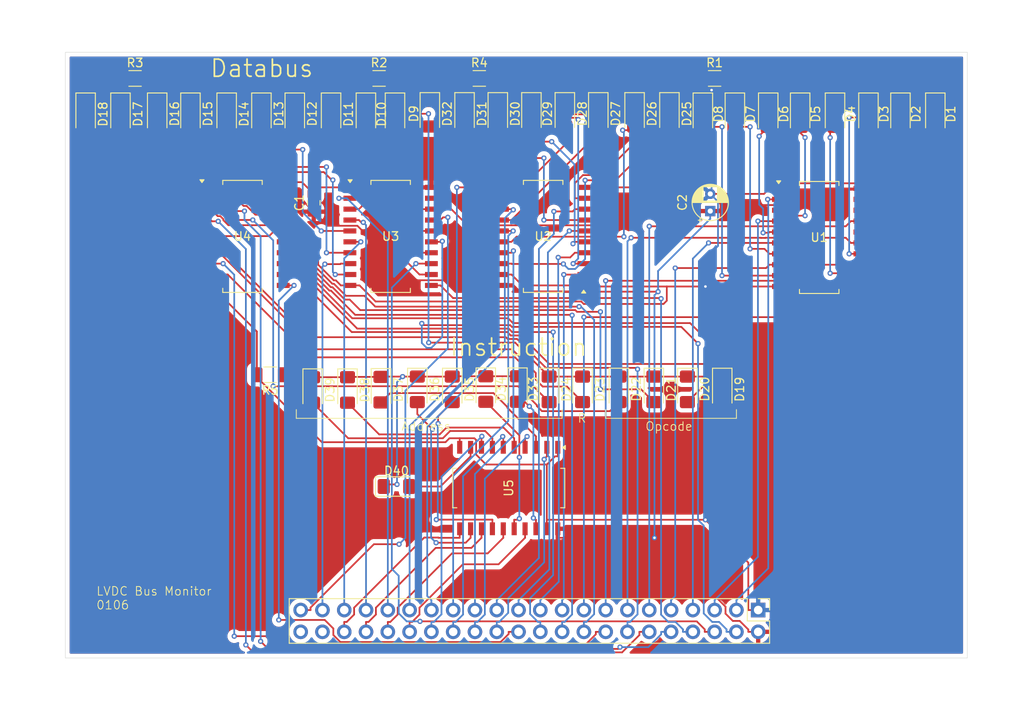
<source format=kicad_pcb>
(kicad_pcb (version 20240108) (generator "pcbnew") (generator_version "8.0")
  (layers (0 "F.Cu" signal) (31 "B.Cu" signal) (34 "B.Paste" user) (35 "F.Paste" user) (36 "B.SilkS" user "B.Silkscreen") (37 "F.SilkS" user "F.Silkscreen") (38 "B.Mask" user) (39 "F.Mask" user) (44 "Edge.Cuts" user))
  (net 0 "")
  (net 1 "GND")
  (net 2 "+5V")
  (net 3 "Net-(D1-A)")
  (net 4 "Net-(D1-K)")
  (net 5 "Net-(D2-A)")
  (net 6 "Net-(D3-A)")
  (net 7 "Net-(D4-A)")
  (net 8 "Net-(D5-A)")
  (net 9 "Net-(D6-A)")
  (net 10 "Net-(D7-A)")
  (net 11 "Net-(D8-A)")
  (net 12 "Net-(D10-K)")
  (net 13 "Net-(D9-A)")
  (net 14 "Net-(D10-A)")
  (net 15 "Net-(D11-A)")
  (net 16 "Net-(D12-A)")
  (net 17 "Net-(D13-A)")
  (net 18 "Net-(D14-A)")
  (net 19 "Net-(D15-A)")
  (net 20 "Net-(D16-A)")
  (net 21 "Net-(D17-K)")
  (net 22 "Net-(D17-A)")
  (net 23 "Net-(D18-A)")
  (net 24 "Net-(D19-A)")
  (net 25 "Net-(D20-A)")
  (net 26 "Net-(D21-A)")
  (net 27 "Net-(D22-A)")
  (net 28 "Net-(D23-A)")
  (net 29 "Net-(D24-A)")
  (net 30 "Net-(D25-K)")
  (net 31 "Net-(D25-A)")
  (net 32 "Net-(D26-A)")
  (net 33 "Net-(D27-A)")
  (net 34 "Net-(D28-A)")
  (net 35 "Net-(D29-A)")
  (net 36 "Net-(D30-A)")
  (net 37 "Net-(D31-A)")
  (net 38 "Net-(D32-A)")
  (net 39 "Net-(D33-K)")
  (net 40 "Net-(D33-A)")
  (net 41 "Net-(D34-A)")
  (net 42 "Net-(D35-A)")
  (net 43 "Net-(D36-A)")
  (net 44 "Net-(D37-A)")
  (net 45 "Net-(D38-A)")
  (net 46 "Net-(D39-A)")
  (net 47 "Net-(D40-A)")
  (net 48 "I11")
  (net 49 "I4")
  (net 50 "DB23")
  (net 51 "DB11")
  (net 52 "DB12")
  (net 53 "DB9")
  (net 54 "+6V")
  (net 55 "I10")
  (net 56 "DB13")
  (net 57 "DB15")
  (net 58 "DB20")
  (net 59 "DB17")
  (net 60 "I3")
  (net 61 "DB0")
  (net 62 "DB21")
  (net 63 "I8")
  (net 64 "DB5")
  (net 65 "I5")
  (net 66 "DB14")
  (net 67 "DB8")
  (net 68 "CLK")
  (net 69 "I12")
  (net 70 "I7")
  (net 71 "DB24")
  (net 72 "DB22")
  (net 73 "DB19")
  (net 74 "DB10")
  (net 75 "DB4")
  (net 76 "I1")
  (net 77 "DB1")
  (net 78 "DB25")
  (net 79 "I2")
  (net 80 "DB16")
  (net 81 "I6")
  (net 82 "DB2")
  (net 83 "DB6")
  (net 84 "~{RST}")
  (net 85 "DB7")
  (net 86 "I0")
  (net 87 "I9")
  (net 88 "DB18")
  (net 89 "DB3")
  (footprint "Package_SO:SO-20_12.8x7.5mm_P1.27mm" (layer "F.Cu") (at 125.349 128.016 -90)
    (property "Reference" "U5")
    (property "Value" "74HCT244")
  )
  (footprint "LED_SMD:LED_1206_3216Metric_Pad1.42x1.75mm_HandSolder" (layer "F.Cu") (at 151.714 84.4185 -90)
    (property "Reference" "D7")
    (property "Value" "LED")
  )
  (footprint "LED_SMD:LED_1206_3216Metric_Pad1.42x1.75mm_HandSolder" (layer "F.Cu") (at 110.451 116.5465 -90)
    (property "Reference" "D37")
    (property "Value" "LED")
  )
  (footprint "LED_SMD:LED_1206_3216Metric_Pad1.42x1.75mm_HandSolder" (layer "F.Cu") (at 124.076 84.382 -90)
    (property "Reference" "D30")
    (property "Value" "LED")
  )
  (footprint "Resistor_SMD:R_1206_3216Metric_Pad1.30x1.75mm_HandSolder" (layer "F.Cu") (at 81.788 80.264)
    (property "Reference" "R3")
    (property "Value" "330")
  )
  (footprint "LED_SMD:LED_1206_3216Metric_Pad1.42x1.75mm_HandSolder" (layer "F.Cu") (at 171.018 84.4185 -90)
    (property "Reference" "D2")
    (property "Value" "LED")
  )
  (footprint "LED_SMD:LED_1206_3216Metric_Pad1.42x1.75mm_HandSolder" (layer "F.Cu") (at 80.086 84.4185 -90)
    (property "Reference" "D17")
    (property "Value" "LED")
  )
  (footprint "LED_SMD:LED_1206_3216Metric_Pad1.42x1.75mm_HandSolder" (layer "F.Cu") (at 112.09 84.4185 -90)
    (property "Reference" "D9")
    (property "Value" "LED")
  )
  (footprint "LED_SMD:LED_1206_3216Metric_Pad1.42x1.75mm_HandSolder" (layer "F.Cu") (at 140.02 84.382 -90)
    (property "Reference" "D26")
    (property "Value" "LED")
  )
  (footprint "Package_SO:SO-20_12.8x7.5mm_P1.27mm" (layer "F.Cu") (at 161.544 98.806)
    (property "Reference" "U1")
    (property "Value" "74HCT244")
  )
  (footprint "LED_SMD:LED_1206_3216Metric_Pad1.42x1.75mm_HandSolder" (layer "F.Cu") (at 106.553 116.583 -90)
    (property "Reference" "D38")
    (property "Value" "LED")
  )
  (footprint "LED_SMD:LED_1206_3216Metric_Pad1.42x1.75mm_HandSolder" (layer "F.Cu") (at 96.518 84.4185 -90)
    (property "Reference" "D13")
    (property "Value" "LED")
  )
  (footprint "Package_SO:SO-20_12.8x7.5mm_P1.27mm" (layer "F.Cu") (at 111.582 98.679)
    (property "Reference" "U3")
    (property "Value" "74HCT244")
  )
  (footprint "LED_SMD:LED_1206_3216Metric_Pad1.42x1.75mm_HandSolder" (layer "F.Cu") (at 175.082 84.4185 -90)
    (property "Reference" "D1")
    (property "Value" "LED")
  )
  (footprint "LED_SMD:LED_1206_3216Metric_Pad1.42x1.75mm_HandSolder" (layer "F.Cu") (at 88.244 84.4185 -90)
    (property "Reference" "D15")
    (property "Value" "LED")
  )
  (footprint "Package_SO:SO-20_12.8x7.5mm_P1.27mm" (layer "F.Cu") (at 129.362 98.679 180)
    (property "Reference" "U2")
    (property "Value" "74HCT244")
  )
  (footprint "LED_SMD:LED_1206_3216Metric_Pad1.42x1.75mm_HandSolder" (layer "F.Cu") (at 108.7 84.4185 -90)
    (property "Reference" "D10")
    (property "Value" "LED")
  )
  (footprint "LED_SMD:LED_1206_3216Metric_Pad1.42x1.75mm_HandSolder" (layer "F.Cu") (at 92.464 84.4185 -90)
    (property "Reference" "D14")
    (property "Value" "LED")
  )
  (footprint "LED_SMD:LED_1206_3216Metric_Pad1.42x1.75mm_HandSolder" (layer "F.Cu") (at 130.057 116.51 -90)
    (property "Reference" "D24")
    (property "Value" "LED")
  )
  (footprint "LED_SMD:LED_1206_3216Metric_Pad1.42x1.75mm_HandSolder" (layer "F.Cu") (at 138.195 116.51 -90)
    (property "Reference" "D22")
    (property "Value" "LED")
  )
  (footprint "LED_SMD:LED_1206_3216Metric_Pad1.42x1.75mm_HandSolder" (layer "F.Cu") (at 147.982 84.4185 -90)
    (property "Reference" "D8")
    (property "Value" "LED")
  )
  (footprint "LED_SMD:LED_1206_3216Metric_Pad1.42x1.75mm_HandSolder" (layer "F.Cu") (at 163.388 84.4185 -90)
    (property "Reference" "D4")
    (property "Value" "LED")
  )
  (footprint "LED_SMD:LED_1206_3216Metric_Pad1.42x1.75mm_HandSolder" (layer "F.Cu") (at 120.198 84.382 -90)
    (property "Reference" "D31")
    (property "Value" "LED")
  )
  (footprint "LED_SMD:LED_1206_3216Metric_Pad1.42x1.75mm_HandSolder" (layer "F.Cu") (at 104.636 84.4185 -90)
    (property "Reference" "D11")
    (property "Value" "LED")
  )
  (footprint "LED_SMD:LED_1206_3216Metric_Pad1.42x1.75mm_HandSolder" (layer "F.Cu") (at 133.955 116.51 -90)
    (property "Reference" "D23")
    (property "Value" "LED")
  )
  (footprint "LED_SMD:LED_1206_3216Metric_Pad1.42x1.75mm_HandSolder" (layer "F.Cu") (at 135.79 84.382 -90)
    (property "Reference" "D27")
    (property "Value" "LED")
  )
  (footprint "Package_SO:SO-20_12.8x7.5mm_P1.27mm" (layer "F.Cu") (at 94.31 98.679)
    (property "Reference" "U4")
    (property "Value" "74HCT244")
  )
  (footprint "Connector_PinHeader_2.54mm:PinHeader_2x22_P2.54mm_Vertical" (layer "F.Cu") (at 154.432 142.24 -90)
    (property "Reference" "J1" (hide yes))
    (property "Value" "TO_BACKPLANE" (hide yes))
  )
  (footprint "LED_SMD:LED_1206_3216Metric_Pad1.42x1.75mm_HandSolder" (layer "F.Cu") (at 126.365 116.4735 -90)
    (property "Reference" "D33")
    (property "Value" "LED")
  )
  (footprint "LED_SMD:LED_1206_3216Metric_Pad1.42x1.75mm_HandSolder" (layer "F.Cu") (at 116.154 84.382 -90)
    (property "Reference" "D32")
    (property "Value" "LED")
  )
  (footprint "LED_SMD:LED_1206_3216Metric_Pad1.42x1.75mm_HandSolder" (layer "F.Cu") (at 146.177 116.51 -90)
    (property "Reference" "D20")
    (property "Value" "LED")
  )
  (footprint "LED_SMD:LED_1206_3216Metric_Pad1.42x1.75mm_HandSolder" (layer "F.Cu") (at 167.286 84.4185 -90)
    (property "Reference" "D3")
    (property "Value" "LED")
  )
  (footprint "LED_SMD:LED_1206_3216Metric_Pad1.42x1.75mm_HandSolder" (layer "F.Cu") (at 150.241 116.51 -90)
    (property "Reference" "D19")
    (property "Value" "LED")
  )
  (footprint "Resistor_SMD:R_1206_3216Metric_Pad1.30x1.75mm_HandSolder" (layer "F.Cu") (at 149.352 80.264)
    (property "Reference" "R1")
    (property "Value" "330")
  )
  (footprint "Resistor_SMD:R_1206_3216Metric_Pad1.30x1.75mm_HandSolder" (layer "F.Cu") (at 121.92 80.264)
    (property "Reference" "R4")
    (property "Value" "330")
  )
  (footprint "LED_SMD:LED_1206_3216Metric_Pad1.42x1.75mm_HandSolder" (layer "F.Cu") (at 100.406 84.4185 -90)
    (property "Reference" "D12")
    (property "Value" "LED")
  )
  (footprint "LED_SMD:LED_1206_3216Metric_Pad1.42x1.75mm_HandSolder" (layer "F.Cu") (at 159.324 84.4185 -90)
    (property "Reference" "D5")
    (property "Value" "LED")
  )
  (footprint "Capacitor_SMD:C_0805_2012Metric_Pad1.18x1.45mm_HandSolder" (layer "F.Cu") (at 102.616 94.7635 90)
    (property "Reference" "C1")
    (property "Value" "100nF")
  )
  (footprint "LED_SMD:LED_1206_3216Metric_Pad1.42x1.75mm_HandSolder" (layer "F.Cu") (at 122.673 116.4735 -90)
    (property "Reference" "D34")
    (property "Value" "LED")
  )
  (footprint "LED_SMD:LED_1206_3216Metric_Pad1.42x1.75mm_HandSolder" (layer "F.Cu") (at 118.765 116.51 -90)
    (property "Reference" "D35")
    (property "Value" "LED")
  )
  (footprint "LED_SMD:LED_1206_3216Metric_Pad1.42x1.75mm_HandSolder" (layer "F.Cu") (at 131.892 84.382 -90)
    (property "Reference" "D28")
    (property "Value" "LED")
  )
  (footprint "LED_SMD:LED_1206_3216Metric_Pad1.42x1.75mm_HandSolder" (layer "F.Cu") (at 84.366 84.4185 -90)
    (property "Reference" "D16")
    (property "Value" "LED")
  )
  (footprint "LED_SMD:LED_1206_3216Metric_Pad1.42x1.75mm_HandSolder" (layer "F.Cu") (at 114.691 116.51 -90)
    (property "Reference" "D36")
    (property "Value" "LED")
  )
  (footprint "LED_SMD:LED_1206_3216Metric_Pad1.42x1.75mm_HandSolder" (layer "F.Cu") (at 142.269 116.51 -90)
    (property "Reference" "D21")
    (property "Value" "LED")
  )
  (footprint "LED_SMD:LED_1206_3216Metric_Pad1.42x1.75mm_HandSolder" (layer "F.Cu") (at 102.489 116.583 -90)
    (property "Reference" "D39")
    (property "Value" "LED")
  )
  (footprint "LED_SMD:LED_1206_3216Metric_Pad1.42x1.75mm_HandSolder" (layer "F.Cu") (at 76.022 84.4185 -90)
    (property "Reference" "D18")
    (property "Value" "LED")
  )
  (footprint "Resistor_SMD:R_1206_3216Metric_Pad1.30x1.75mm_HandSolder" (layer "F.Cu") (at 97.536 114.808 180)
    (property "Reference" "R5")
    (property "Value" "330")
  )
  (footprint "LED_SMD:LED_1206_3216Metric_Pad1.42x1.75mm_HandSolder" (layer "F.Cu") (at 127.994 84.382 -90)
    (property "Reference" "D29")
    (property "Value" "LED")
  )
  (footprint "LED_SMD:LED_1206_3216Metric_Pad1.42x1.75mm_HandSolder" (layer "F.Cu") (at 144.084 84.382 -90)
    (property "Reference" "D25")
    (property "Value" "LED")
  )
  (footprint "Resistor_SMD:R_1206_3216Metric_Pad1.30x1.75mm_HandSolder" (layer "F.Cu") (at 110.236 80.264)
    (property "Reference" "R2")
    (property "Value" "330")
  )
  (footprint "LED_SMD:LED_1206_3216Metric_Pad1.42x1.75mm_HandSolder" (layer "F.Cu") (at 155.602 84.4185 -90)
    (property "Reference" "D6")
    (property "Value" "LED")
  )
  (footprint "Capacitor_THT:CP_Radial_D4.0mm_P2.00mm" (layer "F.Cu") (at 148.844 95.726 90)
    (property "Reference" "C2")
    (property "Value" "10µF")
  )
  (footprint "LED_SMD:LED_1206_3216Metric_Pad1.42x1.75mm_HandSolder" (layer "F.Cu") (at 112.268 127.838)
    (property "Reference" "D40")
    (property "Value" "LED")
  )
  (gr_line (start 131.572 119.888) (end 131.572 118.872) (stroke (width 0.1)) (layer "F.SilkS"))
  (gr_line (start 136.652 118.872) (end 136.652 119.888) (stroke (width 0.1)) (layer "F.SilkS"))
  (gr_line (start 100.584 118.872) (end 100.584 119.888) (stroke (width 0.1)) (layer "F.SilkS"))
  (gr_line (start 136.652 119.888) (end 151.892 119.888) (stroke (width 0.1)) (layer "F.SilkS"))
  (gr_line (start 100.584 119.888) (end 131.572 119.888) (stroke (width 0.1)) (layer "F.SilkS"))
  (gr_line (start 151.892 119.888) (end 151.892 118.872) (stroke (width 0.1)) (layer "F.SilkS"))
  (gr_rect (start 73.66 77.216) (end 178.816 147.828) (stroke (width 0.05)) (fill none) (layer "Edge.Cuts"))
  (gr_text "Opcode" (at 141.224 121.412 0) (layer "F.SilkS") (effects (font (size 1 1) (thickness 0.1)) (justify left bottom)))
  (gr_text "Databus" (at 90.424 80.264 0) (layer "F.SilkS") (effects (font (size 2 2) (thickness 0.2)) (justify left bottom)))
  (gr_text "Address" (at 112.776 121.412 0) (layer "F.SilkS") (effects (font (size 1 1) (thickness 0.1)) (justify left bottom)))
  (gr_text "R" (at 133.321994 120.476543 0) (layer "F.SilkS") (effects (font (size 1 1) (thickness 0.1)) (justify left bottom)))
  (gr_text "Instruction" (at 118.364 112.776 0) (layer "F.SilkS") (effects (font (size 2 2) (thickness 0.2)) (justify left bottom)))
  (gr_text "LVDC Bus Monitor\n0106" (at 77.216 142.24 0) (layer "F.SilkS") (effects (font (size 1 1) (thickness 0.1)) (justify left bottom)))
  (segment (start 158.4475 92.4892) (end 167.2042 92.4892) (width 0.2) (layer "F.Cu") (net 1))
  (segment (start 123.47 80.264) (end 124.6868 79.0472) (width 0.2) (layer "F.Cu") (net 1))
  (segment (start 121.5497 124.1184) (end 122.7051 125.2738) (width 0.2) (layer "F.Cu") (net 1))
  (segment (start 129.794 131.7143) (end 129.794 125.2738) (width 0.2) (layer "F.Cu") (net 1))
  (segment (start 129.794 132.766) (end 129.794 131.7143) (width 0.2) (layer "F.Cu") (net 1))
  (segment (start 122.7051 125.2738) (end 129.794 125.2738) (width 0.2) (layer "F.Cu") (net 1))
  (segment (start 124.612 103.124) (end 123.5603 103.124) (width 0.2) (layer "F.Cu") (net 1))
  (segment (start 143.7749 104.521) (end 135.2907 104.521) (width 0.2) (layer "F.Cu") (net 1))
  (segment (start 89.985 104.394) (end 89.56 104.394) (width 0.2) (layer "F.Cu") (net 1))
  (segment (start 119.634 123.266) (end 119.634 122.2158) (width 0.2) (layer "F.Cu") (net 1))
  (segment (start 117.9787 122.6724) (end 118.4368 122.2143) (width 0.2) (layer "F.Cu") (net 1))
  (segment (start 129.794 125.2738) (end 130.7501 124.3177) (width 0.2) (layer "F.Cu") (net 1))
  (segment (start 100.0295 96.0691) (end 99.9472 96.1514) (width 0.2) (layer "F.Cu") (net 1))
  (segment (start 157.8457 93.091) (end 158.4475 92.4892) (width 0.2) (layer "F.Cu") (net 1))
  (segment (start 156.794 93.091) (end 155.7423 93.091) (width 0.2) (layer "F.Cu") (net 1))
  (segment (start 119.634 122.2158) (end 119.6355 122.2143) (width 0.2) (layer "F.Cu") (net 1))
  (segment (start 124.6868 79.0472) (end 149.6852 79.0472) (width 0.2) (layer "F.Cu") (net 1))
  (segment (start 153.2803 136.7128) (end 148.2818 131.7143) (width 0.2) (layer "F.Cu") (net 1))
  (segment (start 110.5692 79.0472) (end 111.786 80.264) (width 0.2) (layer "F.Cu") (net 1))
  (segment (start 94.7897 95.1261) (end 94.4391 95.1261) (width 0.2) (layer "F.Cu") (net 1))
  (segment (start 133.8045 106.267) (end 109.8259 106.267) (width 0.2) (layer "F.Cu") (net 1))
  (segment (start 105.187 103.8007) (end 104.9519 103.8007) (width 0.2) (layer "F.Cu") (net 1))
  (segment (start 148.2818 104.521) (end 143.7749 104.521) (width 0.2) (layer "F.Cu") (net 1))
  (segment (start 155.1073 93.726) (end 148.844 93.726) (width 0.2) (layer "F.Cu") (net 1))
  (segment (start 129.794 131.7143) (end 148.2818 131.7143) (width 0.2) (layer "F.Cu") (net 1))
  (segment (start 105.7803 104.394) (end 105.187 103.8007) (width 0.2) (layer "F.Cu") (net 1))
  (segment (start 131.064 123.266) (end 131.064 124.3177) (width 0.2) (layer "F.Cu") (net 1))
  (segment (start 154.432 142.24) (end 153.2803 142.24) (width 0.2) (layer "F.Cu") (net 1))
  (segment (start 95.986 109.7683) (end 90.6117 104.394) (width 0.2) (layer "F.Cu") (net 1))
  (segment (start 167.2042 92.4892) (end 167.3457 92.6307) (width 0.2) (layer "F.Cu") (net 1))
  (segment (start 95.986 114.808) (end 95.986 109.7683) (width 0.2) (layer "F.Cu") (net 1))
  (segment (start 119.6355 122.2143) (end 121.3482 122.2143) (width 0.2) (layer "F.Cu") (net 1))
  (segment (start 94.4391 95.1261) (end 92.277 92.964) (width 0.2) (layer "F.Cu") (net 1))
  (segment (start 100.1117 95.9869) (end 100.0295 96.0691) (width 0.2) (layer "F.Cu") (net 1))
  (segment (start 149.6852 79.0472) (end 150.902 80.264) (width 0.2) (layer "F.Cu") (net 1))
  (segment (start 112.9637 79.0863) (end 122.2923 79.0863) (width 0.2) (layer "F.Cu") (net 1))
  (segment (start 98.0083 94.234) (end 98.0083 92.4817) (width 0.2) (layer "F.Cu") (net 1))
  (segment (start 149.5425 81.6235) (end 148.9971 81.6235) (width 0.2) (layer "F.Cu") (net 1))
  (segment (start 116.332 94.234) (end 117.3837 94.234) (width 0.2) (layer "F.Cu") (net 1))
  (segment (start 125.1379 103.124) (end 125.6637 103.124) (width 0.2) (layer "F.Cu") (net 1))
  (segment (start 121.3482 122.2143) (end 121.5497 122.4158) (width 0.2) (layer "F.Cu") (net 1))
  (segment (start 98.1333 92.3567) (end 101.2467 92.3567) (width 0.2) (layer "F.Cu") (net 1))
  (segment (start 156.794 93.091) (end 157.8457 93.091) (width 0.2) (layer "F.Cu") (net 1))
  (segment (start 150.902 80.264) (end 149.5425 81.6235) (width 0.2) (layer "F.Cu") (net 1))
  (segment (start 102.616 93.726) (end 103.378 92.964) (width 0.2) (layer "F.Cu") (net 1))
  (segment (start 92.277 92.964) (end 89.56 92.964) (width 0.2) (layer "F.Cu") (net 1))
  (segment (start 84.5548 79.0472) (end 110.5692 79.0472) (width 0.2) (layer "F.Cu") (net 1))
  (segment (start 130.7501 124.3177) (end 131.064 124.3177) (width 0.2) (layer "F.Cu") (net 1))
  (segment (start 143.7749 106.1741) (end 143.3935 106.5555) (width 0.2) (layer "F.Cu") (net 1))
  (segment (start 89.985 104.394) (end 90.6117 104.394) (width 0.2) (layer "F.Cu") (net 1))
  (segment (start 125.6637 103.124) (end 126.9337 104.394) (width 0.2) (layer "F.Cu") (net 1))
  (segment (start 104.9519 103.8007) (end 103.1363 101.9851) (width 0.2) (layer "F.Cu") (net 1))
  (segment (start 122.2923 79.0863) (end 123.47 80.264) (width 0.2) (layer "F.Cu") (net 1))
  (segment (start 103.1363 101.9851) (end 103.1363 99.176) (width 0.2) (layer "F.Cu") (net 1))
  (segment (start 134.112 92.964) (end 148.082 92.964) (width 0.2) (layer "F.Cu") (net 1))
  (segment (start 106.832 104.394) (end 107.8837 104.394) (width 0.2) (layer "F.Cu") (net 1))
  (segment (start 103.378 92.964) (end 106.832 92.964) (width 0.2) (layer "F.Cu") (net 1))
  (segment (start 135.2907 104.521) (end 135.1637 104.394) (width 0.2) (layer "F.Cu") (net 1))
  (segment (start 99.06 94.234) (end 100.1117 94.234) (width 0.2) (layer "F.Cu") (net 1))
  (segment (start 156.794 104.521) (end 148.2818 104.521) (width 0.2) (layer "F.Cu") (net 1))
  (segment (start 134.093 106.5555) (end 133.8045 106.267) (width 0.2) (layer "F.Cu") (net 1))
  (segment (start 148.082 92.964) (end 148.844 93.726) (width 0.2) (layer "F.Cu") (net 1))
  (segment (start 118.4368 122.2143) (end 119.634 122.2143) (width 0.2) (layer "F.Cu") (net 1))
  (segment (start 106.832 104.394) (end 105.7803 104.394) (width 0.2) (layer "F.Cu") (net 1))
  (segment (start 95.986 115.0954) (end 103.563 122.6724) (width 0.2) (layer "F.Cu") (net 1))
  (segment (start 103.563 122.6724) (end 117.9787 122.6724) (width 0.2) (layer "F.Cu") (net 1))
  (segment (start 103.1363 99.176) (end 100.0295 96.0691) (width 0.2) (layer "F.Cu") (net 1))
  (segment (start 166.294 94.361) (end 167.3457 94.361) (width 0.2) (layer "F.Cu") (net 1))
  (segment (start 99.06 94.234) (end 98.0083 94.234) (width 0.2) (layer "F.Cu") (net 1))
  (segment (start 95.986 114.808) (end 95.986 115.0954) (width 0.2) (layer "F.Cu") (net 1))
  (segment (start 111.786 80.264) (end 112.9637 79.0863) (width 0.2) (layer "F.Cu") (net 1))
  (segment (start 123.5603 100.4106) (end 117.3837 94.234) (width 0.2) (layer "F.Cu") (net 1))
  (segment (start 83.338 80.264) (end 84.5548 79.0472) (width 0.2) (layer "F.Cu") (net 1))
  (segment (start 109.8259 106.267) (end 107.9529 104.394) (width 0.2) (layer "F.Cu") (net 1))
  (segment (start 134.112 104.394) (end 135.1637 104.394) (width 0.2) (layer "F.Cu") (net 1))
  (segment (start 125.1379 103.124) (end 124.612 103.124) (width 0.2) (layer "F.Cu") (net 1))
  (segment (start 98.0083 92.4817) (end 98.1333 92.3567) (width 0.2) (layer "F.Cu") (net 1))
  (segment (start 167.3457 92.6307) (end 167.3457 94.361) (width 0.2) (layer "F.Cu") (net 1))
  (segment (start 119.634 122.2158) (end 119.634 122.2143) (width 0.2) (layer "F.Cu") (net 1))
  (segment (start 107.9529 104.394) (end 107.8837 104.394) (width 0.2) (layer "F.Cu") (net 1))
  (segment (start 101.2467 92.3567) (end 102.616 93.726) (width 0.2) (layer "F.Cu") (net 1))
  (segment (start 100.1117 94.234) (end 100.1117 95.9869) (width 0.2) (layer "F.Cu") (net 1))
  (segment (start 143.7749 104.521) (end 143.7749 106.1741) (width 0.2) (layer "F.Cu") (net 1))
  (segment (start 126.9337 104.394) (end 134.112 104.394) (width 0.2) (layer "F.Cu") (net 1))
  (segment (start 123.5603 103.124) (end 123.5603 100.4106) (width 0.2) (layer "F.Cu") (net 1))
  (segment (start 99.9472 96.1514) (end 95.815 96.1514) (width 0.2) (layer "F.Cu") (net 1))
  (segment (start 121.5497 122.4158) (end 121.5497 124.1184) (width 0.2) (layer "F.Cu") (net 1))
  (segment (start 143.3935 106.5555) (end 134.093 106.5555) (width 0.2) (layer "F.Cu") (net 1))
  (segment (start 153.2803 142.24) (end 153.2803 136.7128) (width 0.2) (layer "F.Cu") (net 1))
  (segment (start 155.7423 93.091) (end 155.1073 93.726) (width 0.2) (layer "F.Cu") (net 1))
  (segment (start 95.815 96.1514) (end 94.7897 95.1261) (width 0.2) (layer "F.Cu") (net 1))
  (via (at 148.9971 81.6235) (size 0.6) (drill 0.3) (layers "F.Cu" "B.Cu") (net 1))
  (via (at 148.2818 131.7143) (size 0.6) (drill 0.3) (layers "F.Cu" "B.Cu") (net 1))
  (via (at 148.2818 104.521) (size 0.6) (drill 0.3) (layers "F.Cu" "B.Cu") (net 1))
  (segment (start 148.2818 104.521) (end 148.2818 131.7143) (width 0.2) (layer "B.Cu") (net 1))
  (segment (start 148.9971 81.6235) (end 148.9971 93.5729) (width 0.2) (layer "B.Cu") (net 1))
  (segment (start 148.2818 101.2557) (end 148.2818 104.521) (width 0.2) (layer "B.Cu") (net 1))
  (segment (start 149.7463 94.6283) (end 149.7463 99.7912) (width 0.2) (layer "B.Cu") (net 1))
  (segment (start 148.9971 93.5729) (end 148.844 93.726) (width 0.2) (layer "B.Cu") (net 1))
  (segment (start 148.844 93.726) (end 149.7463 94.6283) (width 0.2) (layer "B.Cu") (net 1))
  (segment (start 149.7463 99.7912) (end 148.2818 101.2557) (width 0.2) (layer "B.Cu") (net 1))
  (segment (start 154.432 144.78) (end 153.2803 144.78) (width 0.2) (layer "F.Cu") (net 2))
  (segment (start 100.1117 92.964) (end 100.1117 93.2967) (width 0.2) (layer "F.Cu") (net 2))
  (segment (start 121.8084 97.3887) (end 117.3837 92.964) (width 0.2) (layer "F.Cu") (net 2))
  (segment (start 104.2558 97.4408) (end 102.616 95.801) (width 0.2) (layer "F.Cu") (net 2))
  (segment (start 125.1379 104.394) (end 125.6637 104.394) (width 0.2) (layer "F.Cu") (net 2))
  (segment (start 148.844 95.726) (end 149.7457 95.726) (width 0.2) (layer "F.Cu") (net 2))
  (segment (start 99.06 92.964) (end 100.1117 92.964) (width 0.2) (layer "F.Cu") (net 2))
  (segment (start 142.7589 105.1232) (end 126.3929 105.1232) (width 0.2) (layer "F.Cu") (net 2))
  (segment (start 100.1117 93.2967) (end 102.616 95.801) (width 0.2) (layer "F.Cu") (net 2))
  (segment (start 161.6459 93.091) (end 159.7091 95.0278) (width 0.2) (layer "F.Cu") (net 2))
  (segment (start 150.622 142.6584) (end 151.4736 143.51) (width 0.2) (layer "F.Cu") (net 2))
  (segment (start 153.2803 144.5115) (end 153.2803 144.78) (width 0.2) (layer "F.Cu") (net 2))
  (segment (start 150.4439 95.0278) (end 149.7457 95.726) (width 0.2) (layer "F.Cu") (net 2))
  (segment (start 122.9586 103.7923) (end 114.057 103.7923) (width 0.2) (layer "F.Cu") (net 2))
  (segment (start 114.057 103.7923) (end 107.7055 97.4408) (width 0.2) (layer "F.Cu") (net 2))
  (segment (start 123.5603 104.394) (end 122.9586 103.7923) (width 0.2) (layer "F.Cu") (net 2))
  (segment (start 142.5919 133.8177) (end 150.622 141.8478) (width 0.2) (layer "F.Cu") (net 2))
  (segment (start 125.1379 104.394) (end 124.612 104.394) (width 0.2) (layer "F.Cu") (net 2))
  (segment (start 140.9045 95.726) (end 139.2418 97.3887) (width 0.2) (layer "F.Cu") (net 2))
  (segment (start 148.844 95.726) (end 140.9045 95.726) (width 0.2) (layer "F.Cu") (net 2))
  (segment (start 150.622 141.8478) (end 150.622 142.6584) (width 0.2) (layer "F.Cu") (net 2))
  (segment (start 126.3929 105.1232) (end 125.6637 104.394) (width 0.2) (layer "F.Cu") (net 2))
  (segment (start 142.3395 133.8177) (end 142.5919 133.8177) (width 0.2) (layer "F.Cu") (net 2))
  (segment (start 151.4736 143.51) (end 152.2788 143.51) (width 0.2) (layer "F.Cu") (net 2))
  (segment (start 131.064 133.8177) (end 142.3395 133.8177) (width 0.2) (layer "F.Cu") (net 2))
  (segment (start 139.2418 97.3887) (end 121.8084 97.3887) (width 0.2) (layer "F.Cu") (net 2))
  (segment (start 131.064 132.766) (end 131.064 133.8177) (width 0.2) (layer "F.Cu") (net 2))
  (segment (start 124.612 104.394) (end 123.5603 104.394) (width 0.2) (layer "F.Cu") (net 2))
  (segment (start 116.332 92.964) (end 117.3837 92.964) (width 0.2) (layer "F.Cu") (net 2))
  (segment (start 152.2788 143.51) (end 153.2803 144.5115) (width 0.2) (layer "F.Cu") (net 2))
  (segment (start 166.294 93.091) (end 161.6459 93.091) (width 0.2) (layer "F.Cu") (net 2))
  (segment (start 159.7091 95.0278) (end 150.4439 95.0278) (width 0.2) (layer "F.Cu") (net 2))
  (segment (start 107.7055 97.4408) (end 104.2558 97.4408) (width 0.2) (layer "F.Cu") (net 2))
  (via (at 142.3395 133.8177) (size 0.6) (drill 0.3) (layers "F.Cu" "B.Cu") (net 2))
  (via (at 142.7589 105.1232) (size 0.6) (drill 0.3) (layers "F.Cu" "B.Cu") (net 2))
  (segment (start 148.844 95.726) (end 148.844 96.6277) (width 0.2) (layer "B.Cu") (net 2))
  (segment (start 142.7589 102.7128) (end 142.7589 105.1232) (width 0.2) (layer "B.Cu") (net 2))
  (segment (start 142.7589 105.1232) (end 142.3395 105.5426) (width 0.2) (layer "B.Cu") (net 2))
  (segment (start 148.844 96.6277) (end 142.7589 102.7128) (width 0.2) (layer "B.Cu") (net 2))
  (segment (start 142.3395 105.5426) (end 142.3395 133.8177) (width 0.2) (layer "B.Cu") (net 2))
  (segment (start 169.152 93.8247) (end 167.3457 95.631) (width 0.2) (layer "F.Cu") (net 3))
  (segment (start 175.082 85.906) (end 174.0256 84.8496) (width 0.2) (layer "F.Cu") (net 3))
  (segment (start 166.294 95.631) (end 167.3457 95.631) (width 0.2) (layer "F.Cu") (net 3))
  (segment (start 174.0256 84.8496) (end 170.1094 84.8496) (width 0.2) (layer "F.Cu") (net 3))
  (segment (start 170.1094 84.8496) (end 169.152 85.807) (width 0.2) (layer "F.Cu") (net 3))
  (segment (start 169.152 85.807) (end 169.152 93.8247) (width 0.2) (layer "F.Cu") (net 3))
  (segment (start 163.388 82.931) (end 159.324 82.931) (width 0.2) (layer "F.Cu") (net 4))
  (segment (start 171.018 82.931) (end 167.286 82.931) (width 0.2) (layer "F.Cu") (net 4))
  (segment (start 155.602 82.931) (end 151.714 82.931) (width 0.2) (layer "F.Cu") (net 4))
  (segment (start 175.082 82.931) (end 171.018 82.931) (width 0.2) (layer "F.Cu") (net 4))
  (segment (start 147.802 82.751) (end 147.802 80.264) (width 0.2) (layer "F.Cu") (net 4))
  (segment (start 159.324 82.931) (end 155.602 82.931) (width 0.2) (layer "F.Cu") (net 4))
  (segment (start 167.286 82.931) (end 163.388 82.931) (width 0.2) (layer "F.Cu") (net 4))
  (segment (start 147.982 82.931) (end 147.802 82.751) (width 0.2) (layer "F.Cu") (net 4))
  (segment (start 151.714 82.931) (end 147.982 82.931) (width 0.2) (layer "F.Cu") (net 4))
  (segment (start 166.294 98.171) (end 167.3457 98.171) (width 0.2) (layer "F.Cu") (net 5))
  (segment (start 167.3457 98.171) (end 171.018 94.4987) (width 0.2) (layer "F.Cu") (net 5))
  (segment (start 171.018 94.4987) (end 171.018 85.906) (width 0.2) (layer "F.Cu") (net 5))
  (segment (start 166.1936 84.8136) (end 165.0372 84.8136) (width 0.2) (layer "F.Cu") (net 6))
  (segment (start 166.294 100.711) (end 165.2423 100.711) (width 0.2) (layer "F.Cu") (net 6))
  (segment (start 165.2423 100.711) (end 165.0372 100.711) (width 0.2) (layer "F.Cu") (net 6))
  (segment (start 167.286 85.906) (end 166.1936 84.8136) (width 0.2) (layer "F.Cu") (net 6))
  (via (at 165.0372 100.711) (size 0.6) (drill 0.3) (layers "F.Cu" "B.Cu") (net 6))
  (via (at 165.0372 84.8136) (size 0.6) (drill 0.3) (layers "F.Cu" "B.Cu") (net 6))
  (segment (start 165.0372 84.8136) (end 165.0372 100.711) (width 0.2) (layer "B.Cu") (net 6))
  (segment (start 166.294 103.251) (end 165.2423 103.251) (width 0.2) (layer "F.Cu") (net 7))
  (segment (start 165.2423 103.251) (end 164.967 102.9757) (width 0.2) (layer "F.Cu") (net 7))
  (segment (start 163.388 85.906) (end 162.8213 86.4727) (width 0.2) (layer "F.Cu") (net 7))
  (segment (start 164.967 102.9757) (end 162.8213 102.9757) (width 0.2) (layer "F.Cu") (net 7))
  (segment (start 162.8213 86.4727) (end 162.8213 87.1612) (width 0.2) (layer "F.Cu") (net 7))
  (via (at 162.8213 87.1612) (size 0.6) (drill 0.3) (layers "F.Cu" "B.Cu") (net 7))
  (via (at 162.8213 102.9757) (size 0.6) (drill 0.3) (layers "F.Cu" "B.Cu") (net 7))
  (segment (start 162.8213 102.9757) (end 162.8213 87.1612) (width 0.2) (layer "B.Cu") (net 7))
  (segment (start 158.4799 96.2652) (end 159.8947 96.2652) (width 0.2) (layer "F.Cu") (net 8))
  (segment (start 159.324 85.906) (end 159.324 86.5845) (width 0.2) (layer "F.Cu") (net 8))
  (segment (start 159.324 86.5845) (end 159.8947 87.1552) (width 0.2) (layer "F.Cu") (net 8))
  (segment (start 157.8457 95.631) (end 158.4799 96.2652) (width 0.2) (layer "F.Cu") (net 8))
  (segment (start 156.794 95.631) (end 157.8457 95.631) (width 0.2) (layer "F.Cu") (net 8))
  (via (at 159.8947 96.2652) (size 0.6) (drill 0.3) (layers "F.Cu" "B.Cu") (net 8))
  (via (at 159.8947 87.1552) (size 0.6) (drill 0.3) (layers "F.Cu" "B.Cu") (net 8))
  (segment (start 159.8947 96.2652) (end 159.8947 87.1552) (width 0.2) (layer "B.Cu") (net 8))
  (segment (start 155.602 85.906) (end 154.5454 86.9626) (width 0.2) (layer "F.Cu") (net 9))
  (segment (start 155.6589 98.2544) (end 155.7423 98.171) (width 0.2) (layer "F.Cu") (net 9))
  (segment (start 155.0039 98.2544) (end 155.6589 98.2544) (width 0.2) (layer "F.Cu") (net 9))
  (segment (start 154.5454 86.9626) (end 154.5454 87.013) (width 0.2) (layer "F.Cu") (net 9))
  (segment (start 156.794 98.171) (end 155.7423 98.171) (width 0.2) (layer "F.Cu") (net 9))
  (via (at 154.5454 87.013) (size 0.6) (drill 0.3) (layers "F.Cu" "B.Cu") (net 9))
  (via (at 155.0039 98.2544) (size 0.6) (drill 0.3) (layers "F.Cu" "B.Cu") (net 9))
  (segment (start 155.0039 98.2544) (end 155.0039 95.4307) (width 0.2) (layer "B.Cu") (net 9))
  (segment (start 154.5454 94.9722) (end 154.5454 87.013) (width 0.2) (layer "B.Cu") (net 9))
  (segment (start 155.0039 95.4307) (end 154.5454 94.9722) (width 0.2) (layer "B.Cu") (net 9))
  (segment (start 155.1618 100.1305) (end 155.7423 100.711) (width 0.2) (layer "F.Cu") (net 10))
  (segment (start 151.714 85.906) (end 153.486 85.906) (width 0.2) (layer "F.Cu") (net 10))
  (segment (start 156.794 100.711) (end 155.7423 100.711) (width 0.2) (layer "F.Cu") (net 10))
  (segment (start 153.486 100.1305) (end 155.1618 100.1305) (width 0.2) (layer "F.Cu") (net 10))
  (via (at 153.486 85.906) (size 0.6) (drill 0.3) (layers "F.Cu" "B.Cu") (net 10))
  (via (at 153.486 100.1305) (size 0.6) (drill 0.3) (layers "F.Cu" "B.Cu") (net 10))
  (segment (start 153.486 100.1305) (end 153.486 85.906) (width 0.2) (layer "B.Cu") (net 10))
  (segment (start 147.982 85.906) (end 150.2139 85.906) (width 0.2) (layer "F.Cu") (net 11))
  (segment (start 156.794 103.251) (end 150.2139 103.251) (width 0.2) (layer "F.Cu") (net 11))
  (via (at 150.2139 103.251) (size 0.6) (drill 0.3) (layers "F.Cu" "B.Cu") (net 11))
  (via (at 150.2139 85.906) (size 0.6) (drill 0.3) (layers "F.Cu" "B.Cu") (net 11))
  (segment (start 150.2139 103.251) (end 150.2139 85.906) (width 0.2) (layer "B.Cu") (net 11))
  (segment (start 96.518 82.931) (end 92.464 82.931) (width 0.2) (layer "F.Cu") (net 12))
  (segment (start 108.686 82.931) (end 104.636 82.931) (width 0.2) (layer "F.Cu") (net 12))
  (segment (start 100.406 82.931) (end 96.518 82.931) (width 0.2) (layer "F.Cu") (net 12))
  (segment (start 112.09 82.931) (end 108.7 82.931) (width 0.2) (layer "F.Cu") (net 12))
  (segment (start 88.244 82.931) (end 92.464 82.931) (width 0.2) (layer "F.Cu") (net 12))
  (segment (start 104.636 82.931) (end 100.406 82.931) (width 0.2) (layer "F.Cu") (net 12))
  (segment (start 108.7 82.931) (end 108.686 82.931) (width 0.2) (layer "F.Cu") (net 12))
  (segment (start 108.686 82.931) (end 108.686 80.264) (width 0.2) (layer "F.Cu") (net 12))
  (segment (start 84.366 82.931) (end 88.244 82.931) (width 0.2) (layer "F.Cu") (net 12))
  (segment (start 115.2803 95.504) (end 112.09 92.3137) (width 0.2) (layer "F.Cu") (net 13))
  (segment (start 116.332 95.504) (end 115.2803 95.504) (width 0.2) (layer "F.Cu") (net 13))
  (segment (start 112.09 92.3137) (end 112.09 85.906) (width 0.2) (layer "F.Cu") (net 13))
  (segment (start 108.7 91.4637) (end 108.7 85.906) (width 0.2) (layer "F.Cu") (net 14))
  (segment (start 115.2803 98.044) (end 108.7 91.4637) (width 0.2) (layer "F.Cu") (net 14))
  (segment (start 116.332 98.044) (end 115.2803 98.044) (width 0.2) (layer "F.Cu") (net 14))
  (segment (start 104.636 88.1074) (end 104.636 85.906) (width 0.2) (layer "F.Cu") (net 15))
  (segment (start 115.2803 98.7516) (end 104.6361 88.1074) (width 0.2) (layer "F.Cu") (net 15))
  (segment (start 116.332 100.584) (end 115.2803 100.584) (width 0.2) (layer "F.Cu") (net 15))
  (segment (start 104.6361 88.1074) (end 104.636 88.1074) (width 0.2) (layer "F.Cu") (net 15))
  (segment (start 115.2803 100.584) (end 115.2803 98.7516) (width 0.2) (layer "F.Cu") (net 15))
  (segment (start 107.8901 91.9294) (end 108.6752 92.7145) (width 0.2) (layer "F.Cu") (net 16))
  (segment (start 113.3601 101.5371) (end 114.947 103.124) (width 0.2) (layer "F.Cu") (net 16))
  (segment (start 108.6752 92.7145) (end 108.6752 92.7146) (width 0.2) (layer "F.Cu") (net 16))
  (segment (start 114.947 103.124) (end 115.2803 103.124) (width 0.2) (layer "F.Cu") (net 16))
  (segment (start 108.6752 92.7146) (end 113.3601 97.3995) (width 0.2) (layer "F.Cu") (net 16))
  (segment (start 101.2986 85.906) (end 107.322 91.9294) (width 0.2) (layer "F.Cu") (net 16))
  (segment (start 116.332 103.124) (end 115.2803 103.124) (width 0.2) (layer "F.Cu") (net 16))
  (segment (start 107.322 91.9294) (end 107.8901 91.9294) (width 0.2) (layer "F.Cu") (net 16))
  (segment (start 100.406 85.906) (end 101.2986 85.906) (width 0.2) (layer "F.Cu") (net 16))
  (segment (start 113.3601 97.3995) (end 113.3601 101.5371) (width 0.2) (layer "F.Cu") (net 16))
  (segment (start 107.0968 92.3311) (end 101.7289 86.9632) (width 0.2) (layer "F.Cu") (net 17))
  (segment (start 106.832 95.504) (end 107.8837 95.504) (width 0.2) (layer "F.Cu") (net 17))
  (segment (start 97.5751 86.9632) (end 97.5751 86.9631) (width 0.2) (layer "F.Cu") (net 17))
  (segment (start 108.2322 95.1555) (end 108.2322 92.8395) (width 0.2) (layer "F.Cu") (net 17))
  (segment (start 97.5751 86.9631) (end 96.518 85.906) (width 0.2) (layer "F.Cu") (net 17))
  (segment (start 101.7289 86.9632) (end 97.5751 86.9632) (width 0.2) (layer "F.Cu") (net 17))
  (segment (start 108.2322 92.8395) (end 107.7238 92.3311) (width 0.2) (layer "F.Cu") (net 17))
  (segment (start 107.8837 95.504) (end 108.2322 95.1555) (width 0.2) (layer "F.Cu") (net 17))
  (segment (start 107.7238 92.3311) (end 107.0968 92.3311) (width 0.2) (layer "F.Cu") (net 17))
  (segment (start 106.832 98.044) (end 103.4947 98.044) (width 0.2) (layer "F.Cu") (net 18))
  (segment (start 92.464 85.906) (end 95.1135 88.5555) (width 0.2) (layer "F.Cu") (net 18))
  (segment (start 95.1135 88.5555) (end 101.3291 88.5555) (width 0.2) (layer "F.Cu") (net 18))
  (via (at 103.4947 98.044) (size 0.6) (drill 0.3) (layers "F.Cu" "B.Cu") (net 18))
  (via (at 101.3291 88.5555) (size 0.6) (drill 0.3) (layers "F.Cu" "B.Cu") (net 18))
  (segment (start 101.3291 95.8784) (end 103.4947 98.044) (width 0.2) (layer "B.Cu") (net 18))
  (segment (start 101.3291 88.5555) (end 101.3291 95.8784) (width 0.2) (layer "B.Cu") (net 18))
  (segment (start 106.832 100.584) (end 104.0991 100.584) (width 0.2) (layer "F.Cu") (net 19))
  (segment (start 92.9224 90.5844) (end 104.0991 90.5844) (width 0.2) (layer "F.Cu") (net 19))
  (segment (start 88.244 85.906) (end 92.9224 90.5844) (width 0.2) (layer "F.Cu") (net 19))
  (via (at 104.0991 90.5844) (size 0.6) (drill 0.3) (layers "F.Cu" "B.Cu") (net 19))
  (via (at 104.0991 100.584) (size 0.6) (drill 0.3) (layers "F.Cu" "B.Cu") (net 19))
  (segment (start 104.0991 100.584) (end 104.0991 90.5844) (width 0.2) (layer "B.Cu") (net 19))
  (segment (start 104.8422 92.1035) (end 104.7132 92.1035) (width 0.2) (layer "F.Cu") (net 20))
  (segment (start 89.6421 91.1821) (end 84.366 85.906) (width 0.2) (layer "F.Cu") (net 20))
  (segment (start 103.7918 91.1821) (end 89.6421 91.1821) (width 0.2) (layer "F.Cu") (net 20))
  (segment (start 106.832 103.124) (end 105.1264 103.124) (width 0.2) (layer "F.Cu") (net 20))
  (segment (start 104.7132 92.1035) (end 103.7918 91.1821) (width 0.2) (layer "F.Cu") (net 20))
  (via (at 104.8422 92.1035) (size 0.6) (drill 0.3) (layers "F.Cu" "B.Cu") (net 20))
  (via (at 105.1264 103.124) (size 0.6) (drill 0.3) (layers "F.Cu" "B.Cu") (net 20))
  (segment (start 104.8422 102.8398) (end 105.1264 103.124) (width 0.2) (layer "B.Cu") (net 20))
  (segment (start 104.8422 92.1035) (end 104.8422 102.8398) (width 0.2) (layer "B.Cu") (net 20))
  (segment (start 142.269 115.0225) (end 138.195 115.0225) (width 0.2) (layer "F.Cu") (net 21))
  (segment (start 130.057 115.0225) (end 133.955 115.0225) (width 0.2) (layer "F.Cu") (net 21))
  (segment (start 81.537 84.382) (end 80.086 82.931) (width 0.2) (layer "F.Cu") (net 21))
  (segment (start 116.0227 111.0642) (end 126.0987 111.0642) (width 0.2) (layer "F.Cu") (net 21))
  (segment (start 80.086 82.931) (end 76.022 82.931) (width 0.2) (layer "F.Cu") (net 21))
  (segment (start 150.241 115.0225) (end 146.177 115.0225) (width 0.2) (layer "F.Cu") (net 21))
  (segment (start 146.177 115.0225) (end 142.269 115.0225) (width 0.2) (layer "F.Cu") (net 21))
  (segment (start 80.086 82.931) (end 80.238 82.779) (width 0.2) (layer "F.Cu") (net 21))
  (segment (start 80.238 82.779) (end 80.238 80.264) (width 0.2) (layer "F.Cu") (net 21))
  (segment (start 115.9957 84.382) (end 81.537 84.382) (width 0.2) (layer "F.Cu") (net 21))
  (segment (start 138.195 115.0225) (end 133.955 115.0225) (width 0.2) (layer "F.Cu") (net 21))
  (segment (start 126.0987 111.0642) (end 130.057 115.0225) (width 0.2) (layer "F.Cu") (net 21))
  (via (at 116.0227 111.0642) (size 0.6) (drill 0.3) (layers "F.Cu" "B.Cu") (net 21))
  (via (at 115.9957 84.382) (size 0.6) (drill 0.3) (layers "F.Cu" "B.Cu") (net 21))
  (segment (start 115.9957 111.0372) (end 116.0227 111.0642) (width 0.2) (layer "B.Cu") (net 21))
  (segment (start 115.9957 84.382) (end 115.9957 111.0372) (width 0.2) (layer "B.Cu") (net 21))
  (segment (start 97.5057 95.504) (end 93.5855 91.5838) (width 0.2) (layer "F.Cu") (net 22))
  (segment (start 99.06 95.504) (end 97.5057 95.504) (width 0.2) (layer "F.Cu") (net 22))
  (segment (start 85.7638 91.5838) (end 80.086 85.906) (width 0.2) (layer "F.Cu") (net 22))
  (segment (start 93.5855 91.5838) (end 85.7638 91.5838) (width 0.2) (layer "F.Cu") (net 22))
  (segment (start 76.022 86.0212) (end 76.022 85.906) (width 0.2) (layer "F.Cu") (net 23))
  (segment (start 88.6465 98.6457) (end 76.022 86.0212) (width 0.2) (layer "F.Cu") (net 23))
  (segment (start 97.4066 98.6457) (end 88.6465 98.6457) (width 0.2) (layer "F.Cu") (net 23))
  (segment (start 99.06 98.044) (end 98.0083 98.044) (width 0.2) (layer "F.Cu") (net 23))
  (segment (start 98.0083 98.044) (end 97.4066 98.6457) (width 0.2) (layer "F.Cu") (net 23))
  (segment (start 125.84 108.7857) (end 125.2801 108.2258) (width 0.2) (layer "F.Cu") (net 24))
  (segment (start 100.1117 101.2325) (end 100.1117 100.584) (width 0.2) (layer "F.Cu") (net 24))
  (segment (start 99.06 100.584) (end 100.1117 100.584) (width 0.2) (layer "F.Cu") (net 24))
  (segment (start 151.8886 114.184) (end 146.4903 108.7857) (width 0.2) (layer "F.Cu") (net 24))
  (segment (start 151.8886 116.3499) (end 151.8886 114.184) (width 0.2) (layer "F.Cu") (net 24))
  (segment (start 125.2801 108.2258) (end 107.105 108.2258) (width 0.2) (layer "F.Cu") (net 24))
  (segment (start 150.241 117.9975) (end 151.8886 116.3499) (width 0.2) (layer "F.Cu") (net 24))
  (segment (start 146.4903 108.7857) (end 125.84 108.7857) (width 0.2) (layer "F.Cu") (net 24))
  (segment (start 107.105 108.2258) (end 100.1117 101.2325) (width 0.2) (layer "F.Cu") (net 24))
  (segment (start 126.7497 110.2327) (end 125.5829 110.2327) (width 0.2) (layer "F.Cu") (net 25))
  (segment (start 130.0697 113.5527) (end 126.7497 110.2327) (width 0.2) (layer "F.Cu") (net 25))
  (segment (start 150.6893 113.5527) (end 130.0697 113.5527) (width 0.2) (layer "F.Cu") (net 25))
  (segment (start 146.177 117.9975) (end 147.9901 116.1844) (width 0.2) (layer "F.Cu") (net 25))
  (segment (start 125.1812 109.831) (end 107.048 109.831) (width 0.2) (layer "F.Cu") (net 25))
  (segment (start 151.0284 116.1844) (end 151.4869 115.7259) (width 0.2) (layer "F.Cu") (net 25))
  (segment (start 151.4869 115.7259) (end 151.4869 114.3503) (width 0.2) (layer "F.Cu") (net 25))
  (segment (start 147.9901 116.1844) (end 151.0284 116.1844) (width 0.2) (layer "F.Cu") (net 25))
  (segment (start 151.4869 114.3503) (end 150.6893 113.5527) (width 0.2) (layer "F.Cu") (net 25))
  (segment (start 125.5829 110.2327) (end 125.1812 109.831) (width 0.2) (layer "F.Cu") (net 25))
  (segment (start 107.048 109.831) (end 100.341 103.124) (width 0.2) (layer "F.Cu") (net 25))
  (segment (start 100.341 103.124) (end 99.06 103.124) (width 0.2) (layer "F.Cu") (net 25))
  (segment (start 142.269 117.9975) (end 140.7815 116.51) (width 0.2) (layer "F.Cu") (net 26))
  (segment (start 106.2408 106.0485) (end 106.8088 106.0485) (width 0.2) (layer "F.Cu") (net 26))
  (segment (start 133.1062 107.2704) (end 133.3062 107.4704) (width 0.2) (layer "F.Cu") (net 26))
  (segment (start 106.8088 106.0485) (end 108.0307 107.2704) (width 0.2) (layer "F.Cu") (net 26))
  (segment (start 91.7243 96.3185) (end 92.0768 96.671) (width 0.2) (layer "F.Cu") (net 26))
  (segment (start 90.6117 95.504) (end 91.4262 96.3185) (width 0.2) (layer "F.Cu") (net 26))
  (segment (start 108.0307 107.2704) (end 133.1062 107.2704) (width 0.2) (layer "F.Cu") (net 26))
  (segment (start 133.3062 107.4704) (end 136.0404 107.4704) (width 0.2) (layer "F.Cu") (net 26))
  (segment (start 102.3329 102.3177) (end 104.6193 104.6041) (width 0.2) (layer "F.Cu") (net 26))
  (segment (start 89.56 95.504) (end 90.6117 95.504) (width 0.2) (layer "F.Cu") (net 26))
  (segment (start 140.7815 116.51) (end 136.0404 116.51) (width 0.2) (layer "F.Cu") (net 26))
  (segment (start 92.0768 96.671) (end 92.0768 96.7891) (width 0.2) (layer "F.Cu") (net 26))
  (segment (start 104.6193 104.6041) (end 104.7964 104.6041) (width 0.2) (layer "F.Cu") (net 26))
  (segment (start 102.3329 99.8326) (end 102.3329 102.3177) (width 0.2) (layer "F.Cu") (net 26))
  (segment (start 99.8775 97.3772) (end 102.3329 99.8326) (width 0.2) (layer "F.Cu") (net 26))
  (segment (start 104.7964 104.6041) (end 106.2408 106.0485) (width 0.2) (layer "F.Cu") (net 26))
  (segment (start 91.4262 96.3185) (end 91.7243 96.3185) (width 0.2) (layer "F.Cu") (net 26))
  (segment (start 92.0768 96.7891) (end 92.6649 97.3772) (width 0.2) (layer "F.Cu") (net 26))
  (segment (start 92.6649 97.3772) (end 99.8775 97.3772) (width 0.2) (layer "F.Cu") (net 26))
  (via (at 136.0404 116.51) (size 0.6) (drill 0.3) (layers "F.Cu" "B.Cu") (net 26))
  (via (at 136.0404 107.4704) (size 0.6) (drill 0.3) (layers "F.Cu" "B.Cu") (net 26))
  (segment (start 136.0404 116.51) (end 136.0404 107.4704) (width 0.2) (layer "B.Cu") (net 26))
  (segment (start 92.7373 96.7635) (end 90.8761 94.9023) (width 0.2) (layer "F.Cu") (net 27))
  (segment (start 88.4531 95.0366) (end 88.4531 97.1655) (width 0.2) (layer "F.Cu") (net 27))
  (segment (start 90.8761 94.9023) (end 88.5874 94.9023) (width 0.2) (layer "F.Cu") (net 27))
  (segment (start 128.6214 118.4483) (end 129.2244 119.0513) (width 0.2) (layer "F.Cu") (net 27))
  (segment (start 95.5095 96.7635) (end 92.7373 96.7635) (width 0.2) (layer "F.Cu") (net 27))
  (segment (start 89.3316 98.044) (end 89.56 98.044) (width 0.2) (layer "F.Cu") (net 27))
  (segment (start 97.8912 116.1498) (end 126.4298 116.1498) (width 0.2) (layer "F.Cu") (net 27))
  (segment (start 126.4298 116.1498) (end 128.6214 118.3414) (width 0.2) (layer "F.Cu") (net 27))
  (segment (start 137.1412 119.0513) (end 138.195 117.9975) (width 0.2) (layer "F.Cu") (net 27))
  (segment (start 88.5874 94.9023) (end 88.4531 95.0366) (width 0.2) (layer "F.Cu") (net 27))
  (segment (start 128.6214 118.3414) (end 128.6214 118.4483) (width 0.2) (layer "F.Cu") (net 27))
  (segment (start 129.2244 119.0513) (end 137.1412 119.0513) (width 0.2) (layer "F.Cu") (net 27))
  (segment (start 88.4531 97.1655) (end 89.3316 98.044) (width 0.2) (layer "F.Cu") (net 27))
  (via (at 97.8912 116.1498) (size 0.6) (drill 0.3) (layers "F.Cu" "B.Cu") (net 27))
  (via (at 95.5095 96.7635) (size 0.6) (drill 0.3) (layers "F.Cu" "B.Cu") (net 27))
  (segment (start 95.5095 96.7635) (end 97.8912 99.1452) (width 0.2) (layer "B.Cu") (net 27))
  (segment (start 97.8912 99.1452) (end 97.8912 116.1498) (width 0.2) (layer "B.Cu") (net 27))
  (segment (start 129.305 116.1844) (end 132.1419 116.1844) (width 0.2) (layer "F.Cu") (net 28))
  (segment (start 125.7392 111.8406) (end 128.4993 114.6007) (width 0.2) (layer "F.Cu") (net 28))
  (segment (start 91.6316 100.584) (end 102.8882 111.8406) (width 0.2) (layer "F.Cu") (net 28))
  (segment (start 89.56 100.584) (end 91.6316 100.584) (width 0.2) (layer "F.Cu") (net 28))
  (segment (start 128.4993 114.6007) (end 128.4993 115.3787) (width 0.2) (layer "F.Cu") (net 28))
  (segment (start 128.4993 115.3787) (end 129.305 116.1844) (width 0.2) (layer "F.Cu") (net 28))
  (segment (start 132.1419 116.1844) (end 133.955 117.9975) (width 0.2) (layer "F.Cu") (net 28))
  (segment (start 102.8882 111.8406) (end 125.7392 111.8406) (width 0.2) (layer "F.Cu") (net 28))
  (segment (start 89.56 103.124) (end 92.5917 103.124) (width 0.2) (layer "F.Cu") (net 29))
  (segment (start 127.84 115.7805) (end 130.057 117.9975) (width 0.2) (layer "F.Cu") (net 29))
  (segment (start 127.84 114.5356) (end 127.84 115.7805) (width 0.2) (layer "F.Cu") (net 29))
  (segment (start 126.0838 112.7794) (end 127.84 114.5356) (width 0.2) (layer "F.Cu") (net 29))
  (segment (start 92.5917 103.124) (end 102.2471 112.7794) (width 0.2) (layer "F.Cu") (net 29))
  (segment (start 102.2471 112.7794) (end 126.0838 112.7794) (width 0.2) (layer "F.Cu") (net 29))
  (segment (start 120.37 82.8945) (end 120.37 80.264) (width 0.2) (layer "F.Cu") (net 30))
  (segment (start 116.154 82.8945) (end 120.198 82.8945) (width 0.2) (layer "F.Cu") (net 30))
  (segment (start 131.892 82.8945) (end 127.994 82.8945) (width 0.2) (layer "F.Cu") (net 30))
  (segment (start 140.02 82.8945) (end 135.79 82.8945) (width 0.2) (layer "F.Cu") (net 30))
  (segment (start 135.79 82.8945) (end 131.892 82.8945) (width 0.2) (layer "F.Cu") (net 30))
  (segment (start 120.37 82.8945) (end 120.198 82.8945) (width 0.2) (layer "F.Cu") (net 30))
  (segment (start 144.084 82.8945) (end 140.02 82.8945) (width 0.2) (layer "F.Cu") (net 30))
  (segment (start 124.076 82.8945) (end 120.37 82.8945) (width 0.2) (layer "F.Cu") (net 30))
  (segment (start 127.994 82.8945) (end 124.076 82.8945) (width 0.2) (layer "F.Cu") (net 30))
  (segment (start 125.7007 101.891) (end 131.7202 101.891) (width 0.2) (layer "F.Cu") (net 31))
  (segment (start 125.6637 101.854) (end 125.7007 101.891) (width 0.2) (layer "F.Cu") (net 31))
  (segment (start 137.8181 92.1354) (end 134.2544 92.1354) (width 0.2) (layer "F.Cu") (net 31))
  (segment (start 124.612 101.854) (end 125.6637 101.854) (width 0.2) (layer "F.Cu") (net 31))
  (segment (start 144.084 85.8695) (end 137.8181 92.1354) (width 0.2) (layer "F.Cu") (net 31))
  (via (at 134.2544 92.1354) (size 0.6) (drill 0.3) (layers "F.Cu" "B.Cu") (net 31))
  (via (at 131.7202 101.891) (size 0.6) (drill 0.3) (layers "F.Cu" "B.Cu") (net 31))
  (segment (start 132.3053 102.4761) (end 131.7202 101.891) (width 0.2) (layer "B.Cu") (net 31))
  (segment (start 134.2544 101.3219) (end 133.1002 102.4761) (width 0.2) (layer "B.Cu") (net 31))
  (segment (start 134.2544 92.1354) (end 134.2544 101.3219) (width 0.2) (layer "B.Cu") (net 31))
  (segment (start 133.1002 102.4761) (end 132.3053 102.4761) (width 0.2) (layer "B.Cu") (net 31))
  (segment (start 125.6637 99.314) (end 126.2654 98.7123) (width 0.2) (layer "F.Cu") (net 32))
  (segment (start 124.612 99.314) (end 125.6637 99.314) (width 0.2) (layer "F.Cu") (net 32))
  (segment (start 140.02 85.8695) (end 139.5922 86.2973) (width 0.2) (layer "F.Cu") (net 32))
  (segment (start 139.5922 86.2973) (end 138.6337 86.2973) (width 0.2) (layer "F.Cu") (net 32))
  (segment (start 126.2654 98.7123) (end 138.7738 98.7123) (width 0.2) (layer "F.Cu") (net 32))
  (via (at 138.7738 98.7123) (size 0.6) (drill 0.3) (layers "F.Cu" "B.Cu") (net 32))
  (via (at 138.6337 86.2973) (size 0.6) (drill 0.3) (layers "F.Cu" "B.Cu") (net 32))
  (segment (start 138.7738 86.4374) (end 138.7738 98.7123) (width 0.2) (layer "B.Cu") (net 32))
  (segment (start 138.6337 86.2973) (end 138.7738 86.4374) (width 0.2) (layer "B.Cu") (net 32))
  (segment (start 125.6637 96.774) (end 135.79 86.6477) (width 0.2) (layer "F.Cu") (net 33))
  (segment (start 124.612 96.774) (end 125.6637 96.774) (width 0.2) (layer "F.Cu") (net 33))
  (segment (start 135.79 86.6477) (end 135.79 85.8695) (width 0.2) (layer "F.Cu") (net 33))
  (segment (start 131.892 88.0057) (end 131.892 85.8695) (width 0.2) (layer "F.Cu") (net 34))
  (segment (start 124.612 94.234) (end 125.6637 94.234) (width 0.2) (layer "F.Cu") (net 34))
  (segment (start 125.6637 94.234) (end 131.892 88.0057) (width 0.2) (layer "F.Cu") (net 34))
  (segment (start 133.2394 84.8488) (end 133.4494 85.0588) (width 0.2) (layer "F.Cu") (net 35))
  (segment (start 129.0147 84.8488) (end 133.2394 84.8488) (width 0.2) (layer "F.Cu") (net 35))
  (segment (start 127.994 85.8695) (end 129.0147 84.8488) (width 0.2) (layer "F.Cu") (net 35))
  (segment (start 134.112 101.854) (end 132.8598 101.854) (width 0.2) (layer "F.Cu") (net 35))
  (via (at 133.4494 85.0588) (size 0.6) (drill 0.3) (layers "F.Cu" "B.Cu") (net 35))
  (via (at 132.8598 101.854) (size 0.6) (drill 0.3) (layers "F.Cu" "B.Cu") (net 35))
  (segment (start 133.4494 85.0588) (end 133.4494 101.2644) (width 0.2) (layer "B.Cu") (net 35))
  (segment (start 133.4494 101.2644) (end 132.8598 101.854) (width 0.2) (layer "B.Cu") (net 35))
  (segment (start 132.8414 99.5329) (end 133.0603 99.314) (width 0.2) (layer "F.Cu") (net 36))
  (segment (start 125.8378 87.6313) (end 130.3595 87.6313) (width 0.2) (layer "F.Cu") (net 36))
  (segment (start 124.076 85.8695) (end 125.8378 87.6313) (width 0.2) (layer "F.Cu") (net 36))
  (segment (start 134.112 99.314) (end 133.0603 99.314) (width 0.2) (layer "F.Cu") (net 36))
  (via (at 132.8414 99.5329) (size 0.6) (drill 0.3) (layers "F.Cu" "B.Cu") (net 36))
  (via (at 130.3595 87.6313) (size 0.6) (drill 0.3) (layers "F.Cu" "B.Cu") (net 36))
  (segment (start 130.3595 87.6313) (end 133.0334 90.3052) (width 0.2) (layer "B.Cu") (net 36))
  (segment (start 133.0334 90.3052) (end 133.0334 99.3409) (width 0.2) (layer "B.Cu") (net 36))
  (segment (start 133.0334 99.3409) (end 132.8414 99.5329) (width 0.2) (layer "B.Cu") (net 36))
  (segment (start 134.112 96.774) (end 129.4471 96.774) (width 0.2) (layer "F.Cu") (net 37))
  (segment (start 120.198 85.8695) (end 123.8738 89.5453) (width 0.2) (layer "F.Cu") (net 37))
  (segment (start 123.8738 89.5453) (end 129.4471 89.5453) (width 0.2) (layer "F.Cu") (net 37))
  (via (at 129.4471 89.5453) (size 0.6) (drill 0.3) (layers "F.Cu" "B.Cu") (net 37))
  (via (at 129.4471 96.774) (size 0.6) (drill 0.3) (layers "F.Cu" "B.Cu") (net 37))
  (segment (start 129.4471 96.774) (end 129.4471 89.5453) (width 0.2) (layer "B.Cu") (net 37))
  (segment (start 141.2484 85.2132) (end 141.2484 86.5422) (width 0.2) (layer "F.Cu") (net 38))
  (segment (start 133.0603 92.4773) (end 133.0603 94.234) (width 0.2) (layer "F.Cu") (net 38))
  (segment (start 117.5764 84.4471) (end 140.4823 84.4471) (width 0.2) (layer "F.Cu") (net 38))
  (segment (start 136.2569 91.5337) (end 134.0039 91.5337) (width 0.2) (layer "F.Cu") (net 38))
  (segment (start 116.154 85.8695) (end 117.5764 84.4471) (width 0.2) (layer "F.Cu") (net 38))
  (segment (start 134.112 94.234) (end 133.0603 94.234) (width 0.2) (layer "F.Cu") (net 38))
  (segment (start 134.0039 91.5337) (end 133.0603 92.4773) (width 0.2) (layer "F.Cu") (net 38))
  (segment (start 140.4823 84.4471) (end 141.2484 85.2132) (width 0.2) (layer "F.Cu") (net 38))
  (segment (start 141.2484 86.5422) (end 136.2569 91.5337) (width 0.2) (layer "F.Cu") (net 38))
  (segment (start 122.673 114.986) (end 118.8015 114.986) (width 0.2) (layer "F.Cu") (net 39))
  (segment (start 106.553 115.0955) (end 102.489 115.0955) (width 0.2) (layer "F.Cu") (net 39))
  (segment (start 106.5895 115.059) (end 106.553 115.0955) (width 0.2) (layer "F.Cu") (net 39))
  (segment (start 118.765 115.0225) (end 114.691 115.0225) (width 0.2) (layer "F.Cu") (net 39))
  (segment (start 126.365 114.986) (end 122.673 114.986) (width 0.2) (layer "F.Cu") (net 39))
  (segment (start 110.451 115.059) (end 106.5895 115.059) (width 0.2) (layer "F.Cu") (net 39))
  (segment (start 112.9789 115.0225) (end 114.691 115.0225) (width 0.2) (layer "F.Cu") (net 39))
  (segment (start 110.451 115.059) (end 110.4875 115.0225) (width 0.2) (layer "F.Cu") (net 39))
  (segment (start 110.4875 115.0225) (end 112.9789 115.0225) (width 0.2) (layer "F.Cu") (net 39))
  (segment (start 102.489 115.0955) (end 99.3735 115.0955) (width 0.2) (layer "F.Cu") (net 39))
  (segment (start 118.8015 114.986) (end 118.765 115.0225) (width 0.2) (layer "F.Cu") (net 39))
  (segment (start 112.3239 127.5952) (end 111.0233 127.5952) (width 0.2) (layer "F.Cu") (net 39))
  (segment (start 111.0233 127.5952) (end 110.7805 127.838) (width 0.2) (layer "F.Cu") (net 39))
  (segment (start 99.3735 115.0955) (end 99.086 114.808) (width 0.2) (layer "F.Cu") (net 39))
  (via (at 112.3239 127.5952) (size 0.6) (drill 0.3) (layers "F.Cu" "B.Cu") (net 39))
  (via (at 112.9789 115.0225) (size 0.6) (drill 0.3) (layers "F.Cu" "B.Cu") (net 39))
  (segment (start 112.3239 127.5952) (end 112.3239 115.6775) (width 0.2) (layer "B.Cu") (net 39))
  (segment (start 112.3239 115.6775) (end 112.9789 115.0225) (width 0.2) (layer "B.Cu") (net 39))
  (segment (start 128.4245 131.7143) (end 128.2241 131.5139) (width 0.2) (layer "F.Cu") (net 40))
  (segment (start 128.524 132.766) (end 128.524 131.7143) (width 0.2) (layer "F.Cu") (net 40))
  (segment (start 128.524 131.7143) (end 128.4245 131.7143) (width 0.2) (layer "F.Cu") (net 40))
  (segment (start 126.365 117.961) (end 127.2189 117.961) (width 0.2) (layer "F.Cu") (net 40))
  (segment (start 127.2189 117.961) (end 127.751 118.4931) (width 0.2) (layer "F.Cu") (net 40))
  (via (at 128.2241 131.5139) (size 0.6) (drill 0.3) (layers "F.Cu" "B.Cu") (net 40))
  (via (at 127.751 118.4931) (size 0.6) (drill 0.3) (layers "F.Cu" "B.Cu") (net 40))
  (segment (start 127.751 118.4931) (end 128.2241 118.9662) (width 0.2) (layer "B.Cu") (net 40))
  (segment (start 128.2241 118.9662) (end 128.2241 131.5139) (width 0.2) (layer "B.Cu") (net 40))
  (segment (start 126.5857 121.8737) (end 126.5857 124.4311) (width 0.2) (layer "F.Cu") (net 41))
  (segment (start 125.984 131.7143) (end 126.4551 131.7143) (width 0.2) (layer "F.Cu") (net 41))
  (segment (start 122.673 117.961) (end 126.5857 121.8737) (width 0.2) (layer "F.Cu") (net 41))
  (segment (start 125.984 132.766) (end 125.984 131.7143) (width 0.2) (layer "F.Cu") (net 41))
  (segment (start 126.4551 131.7143) (end 126.5857 131.5837) (width 0.2) (layer "F.Cu") (net 41))
  (via (at 126.5857 124.4311) (size 0.6) (drill 0.3) (layers "F.Cu" "B.Cu") (net 41))
  (via (at 126.5857 131.5837) (size 0.6) (drill 0.3) (layers "F.Cu" "B.Cu") (net 41))
  (segment (start 126.5857 124.4311) (end 126.5857 131.5837) (width 0.2) (layer "B.Cu") (net 41))
  (segment (start 116.9079 131.7002) (end 123.4299 131.7002) (width 0.2) (layer "F.Cu") (net 42))
  (segment (start 123.444 132.766) (end 123.444 131.7143) (width 0.2) (layer "F.Cu") (net 42))
  (segment (start 118.765 117.9975) (end 117.114 119.6485) (width 0.2) (layer "F.Cu") (net 42))
  (segment (start 117.114 119.6485) (end 117.114 120.5043) (width 0.2) (layer "F.Cu") (net 42))
  (segment (start 123.4299 131.7002) (end 123.444 131.7143) (width 0.2) (layer "F.Cu") (net 42))
  (via (at 116.9079 131.7002) (size 0.6) (drill 0.3) (layers "F.Cu" "B.Cu") (net 42))
  (via (at 117.114 120.5043) (size 0.6) (drill 0.3) (layers "F.Cu" "B.Cu") (net 42))
  (segment (start 117.0739 131.5342) (end 117.0739 120.5444) (width 0.2) (layer "B.Cu") (net 42))
  (segment (start 116.9079 131.7002) (end 117.0739 131.5342) (width 0.2) (layer "B.Cu") (net 42))
  (segment (start 117.0739 120.5444) (end 117.114 120.5043) (width 0.2) (layer "B.Cu") (net 42))
  (segment (start 116.4546 121.1608) (end 114.691 119.3972) (width 0.2) (layer "F.Cu") (net 43))
  (segment (start 120.3305 134.3912) (end 120.904 133.8177) (width 0.2) (layer "F.Cu") (net 43))
  (segment (start 116.8792 134.3912) (end 120.3305 134.3912) (width 0.2) (layer "F.Cu") (net 43))
  (segment (start 120.904 132.766) (end 120.904 133.8177) (width 0.2) (layer "F.Cu") (net 43))
  (segment (start 114.691 119.3972) (end 114.691 117.9975) (width 0.2) (layer "F.Cu") (net 43))
  (via (at 116.4546 121.1608) (size 0.6) (drill 0.3) (layers "F.Cu" "B.Cu") (net 43))
  (via (at 116.8792 134.3912) (size 0.6) (drill 0.3) (layers "F.Cu" "B.Cu") (net 43))
  (segment (start 116.2988 133.8108) (end 116.2988 121.3166) (width 0.2) (layer "B.Cu") (net 43))
  (segment (start 116.8792 134.3912) (end 116.2988 133.8108) (width 0.2) (layer "B.Cu") (net 43))
  (segment (start 116.2988 121.3166) (end 116.4546 121.1608) (width 0.2) (layer "B.Cu") (net 43))
  (segment (start 125.1873 118.5659) (end 125.1873 118.6523) (width 0.2) (layer "F.Cu") (net 44))
  (segment (start 111.5392 116.9458) (end 123.5672 116.9458) (width 0.2) (layer "F.Cu") (net 44))
  (segment (start 123.5672 116.9458) (end 125.1873 118.5659) (width 0.2) (layer "F.Cu") (net 44))
  (segment (start 128.524 121.989) (end 128.524 123.266) (width 0.2) (layer "F.Cu") (net 44))
  (segment (start 125.1873 118.6523) (end 128.524 121.989) (width 0.2) (layer "F.Cu") (net 44))
  (segment (start 110.451 118.034) (end 111.5392 116.9458) (width 0.2) (layer "F.Cu") (net 44))
  (segment (start 117.298 121.7626) (end 110.2451 121.7626) (width 0.2) (layer "F.Cu") (net 45))
  (segment (start 118.0937 120.9669) (end 117.298 121.7626) (width 0.2) (layer "F.Cu") (net 45))
  (segment (start 110.2451 121.7626) (end 106.553 118.0705) (width 0.2) (layer "F.Cu") (net 45))
  (segment (start 125.984 123.266) (end 125.984 122.2143) (width 0.2) (layer "F.Cu") (net 45))
  (segment (start 124.7366 120.9669) (end 118.0937 120.9669) (width 0.2) (layer "F.Cu") (net 45))
  (segment (start 125.984 122.2143) (end 124.7366 120.9669) (width 0.2) (layer "F.Cu") (net 45))
  (segment (start 118.5143 121.3686) (end 122.5983 121.3686) (width 0.2) (layer "F.Cu") (net 46))
  (segment (start 122.5983 121.3686) (end 123.444 122.2143) (width 0.2) (layer "F.Cu") (net 46))
  (segment (start 106.6328 122.2143) (end 117.6686 122.2143) (width 0.2) (layer "F.Cu") (net 46))
  (segment (start 123.444 123.266) (end 123.444 122.2143) (width 0.2) (layer "F.Cu") (net 46))
  (segment (start 102.489 118.0705) (end 106.6328 122.2143) (width 0.2) (layer "F.Cu") (net 46))
  (segment (start 117.6686 122.2143) (end 118.5143 121.3686) (width 0.2) (layer "F.Cu") (net 46))
  (segment (start 117.3837 127.838) (end 120.904 124.3177) (width 0.2) (layer "F.Cu") (net 47))
  (segment (start 113.7555 127.838) (end 117.3837 127.838) (width 0.2) (layer "F.Cu") (net 47))
  (segment (start 120.904 123.266) (end 120.904 124.3177) (width 0.2) (layer "F.Cu") (net 47))
  (segment (start 111.252 144.78) (end 111.252 143.6283) (width 0.2) (layer "F.Cu") (net 48))
  (segment (start 118.7335 135.6346) (end 122.8971 135.6346) (width 0.2) (layer "F.Cu") (net 48))
  (segment (start 112.4037 141.9644) (end 118.7335 135.6346) (width 0.2) (layer "F.Cu") (net 48))
  (segment (start 122.8971 135.6346) (end 124.714 133.8177) (width 0.2) (layer "F.Cu") (net 48))
  (segment (start 124.714 132.766) (end 124.714 133.8177) (width 0.2) (layer "F.Cu") (net 48))
  (segment (start 112.4037 142.7646) (end 112.4037 141.9644) (width 0.2) (layer "F.Cu") (net 48))
  (segment (start 111.252 143.6283) (end 111.54 143.6283) (width 0.2) (layer "F.Cu") (net 48))
  (segment (start 111.54 143.6283) (end 112.4037 142.7646) (width 0.2) (layer "F.Cu") (net 48))
  (segment (start 130.5249 109.831) (end 125.7493 109.831) (width 0.2) (layer "F.Cu") (net 49))
  (segment (start 125.3476 109.4293) (end 107.687 109.4293) (width 0.2) (layer "F.Cu") (net 49))
  (segment (start 99.06 101.854) (end 100.1117 101.854) (width 0.2) (layer "F.Cu") (net 49))
  (segment (start 107.687 109.4293) (end 100.1117 101.854) (width 0.2) (layer "F.Cu") (net 49))
  (segment (start 125.7493 109.831) (end 125.3476 109.4293) (width 0.2) (layer "F.Cu") (net 49))
  (via (at 130.5249 109.831) (size 0.6) (drill 0.3) (layers "F.Cu" "B.Cu") (net 49))
  (segment (start 129.032 143.6283) (end 128.7635 143.6283) (width 0.2) (layer "B.Cu") (net 49))
  (segment (start 127.8414 142.7062) (end 127.8414 140.8542) (width 0.2) (layer "B.Cu") (net 49))
  (segment (start 127.8414 140.8542) (end 130.5249 138.1707) (width 0.2) (layer "B.Cu") (net 49))
  (segment (start 130.5249 138.1707) (end 130.5249 109.831) (width 0.2) (layer "B.Cu") (net 49))
  (segment (start 128.7635 143.6283) (end 127.8414 142.7062) (width 0.2) (layer "B.Cu") (net 49))
  (segment (start 129.032 144.78) (end 129.032 143.6283) (width 0.2) (layer "B.Cu") (net 49))
  (segment (start 118.855 105.8653) (end 117.3837 104.394) (width 0.2) (layer "F.Cu") (net 50))
  (segment (start 143.0368 105.8653) (end 118.855 105.8653) (width 0.2) (layer "F.Cu") (net 50))
  (segment (start 143.1088 105.9373) (end 143.0368 105.8653) (width 0.2) (layer "F.Cu") (net 50))
  (segment (start 116.332 104.394) (end 117.3837 104.394) (width 0.2) (layer "F.Cu") (net 50))
  (via (at 143.1088 105.9373) (size 0.6) (drill 0.3) (layers "F.Cu" "B.Cu") (net 50))
  (segment (start 146.812 144.78) (end 145.6603 144.78) (width 0.2) (layer "B.Cu") (net 50))
  (segment (start 143.1088 142.7809) (end 143.1088 105.9373) (width 0.2) (layer "B.Cu") (net 50))
  (segment (start 145.6603 144.492) (end 144.7966 143.6283) (width 0.2) (layer "B.Cu") (net 50))
  (segment (start 145.6603 144.78) (end 145.6603 144.492) (width 0.2) (layer "B.Cu") (net 50))
  (segment (start 144.7966 143.6283) (end 143.9562 143.6283) (width 0.2) (layer "B.Cu") (net 50))
  (segment (start 143.9562 143.6283) (end 143.1088 142.7809) (width 0.2) (layer "B.Cu") (net 50))
  (segment (start 133.0603 95.504) (end 132.7937 95.7706) (width 0.2) (layer "F.Cu") (net 51))
  (segment (start 132.7937 95.7706) (end 130.6108 95.7706) (width 0.2) (layer "F.Cu") (net 51))
  (segment (start 134.112 95.504) (end 133.0603 95.504) (width 0.2) (layer "F.Cu") (net 51))
  (via (at 130.6108 95.7706) (size 0.6) (drill 0.3) (layers "F.Cu" "B.Cu") (net 51))
  (segment (start 123.952 142.24) (end 123.952 141.0883) (width 0.2) (layer "B.Cu") (net 51))
  (segment (start 130.6108 98.3909) (end 130.6108 95.7706) (width 0.2) (layer "B.Cu") (net 51))
  (segment (start 128.8676 136.1727) (end 128.8676 100.1341) (width 0.2) (layer "B.Cu") (net 51))
  (segment (start 128.8676 100.1341) (end 130.6108 98.3909) (width 0.2) (layer "B.Cu") (net 51))
  (segment (start 123.952 141.0883) (end 128.8676 136.1727) (width 0.2) (layer "B.Cu") (net 51))
  (segment (start 124.612 100.584) (end 125.6637 100.584) (width 0.2) (layer "F.Cu") (net 52))
  (segment (start 125.8799 100.3678) (end 125.6637 100.584) (width 0.2) (layer "F.Cu") (net 52))
  (segment (start 125.8948 100.3678) (end 125.8799 100.3678) (width 0.2) (layer "F.Cu") (net 52))
  (via (at 125.8948 100.3678) (size 0.6) (drill 0.3) (layers "F.Cu" "B.Cu") (net 52))
  (segment (start 125.8948 121.8999) (end 125.8948 100.3678) (width 0.2) (layer "B.Cu") (net 52))
  (segment (start 121.412 126.3827) (end 125.8948 121.8999) (width 0.2) (layer "B.Cu") (net 52))
  (segment (start 121.412 142.24) (end 121.412 126.3827) (width 0.2) (layer "B.Cu") (net 52))
  (segment (start 133.0603 100.584) (end 132.5147 101.1296) (width 0.2) (layer "F.Cu") (net 53))
  (segment (start 134.112 100.584) (end 133.0603 100.584) (width 0.2) (layer "F.Cu") (net 53))
  (segment (start 132.5147 101.1296) (end 131.1185 101.1296) (width 0.2) (layer "F.Cu") (net 53))
  (via (at 131.1185 101.1296) (size 0.6) (drill 0.3) (layers "F.Cu" "B.Cu") (net 53))
  (segment (start 131.1834 108.6294) (end 131.1834 138.9369) (width 0.2) (layer "B.Cu") (net 53))
  (segment (start 129.032 142.24) (end 129.032 141.0883) (width 0.2) (layer "B.Cu") (net 53))
  (segment (start 131.1185 108.5645) (end 131.1834 108.6294) (width 0.2) (layer "B.Cu") (net 53))
  (segment (start 131.1185 101.1296) (end 131.1185 108.5645) (width 0.2) (layer "B.Cu") (net 53))
  (segment (start 131.1834 138.9369) (end 129.032 141.0883) (width 0.2) (layer "B.Cu") (net 53))
  (segment (start 120.0037 136.9044) (end 124.1673 136.9044) (width 0.2) (layer "F.Cu") (net 55))
  (segment (start 113.792 144.78) (end 113.792 143.6283) (width 0.2) (layer "F.Cu") (net 55))
  (segment (start 127.254 132.766) (end 127.254 133.8177) (width 0.2) (layer "F.Cu") (net 55))
  (segment (start 113.792 143.6283) (end 114.08 143.6283) (width 0.2) (layer "F.Cu") (net 55))
  (segment (start 114.9437 142.7646) (end 114.9437 141.9644) (width 0.2) (layer "F.Cu") (net 55))
  (segment (start 124.1673 136.9044) (end 127.254 133.8177) (width 0.2) (layer "F.Cu") (net 55))
  (segment (start 114.08 143.6283) (end 114.9437 142.7646) (width 0.2) (layer "F.Cu") (net 55))
  (segment (start 114.9437 141.9644) (end 120.0037 136.9044) (width 0.2) (layer "F.Cu") (net 55))
  (segment (start 124.612 98.044) (end 125.6637 98.044) (width 0.2) (layer "F.Cu") (net 56))
  (segment (start 125.6637 98.044) (end 125.8637 98.044) (width 0.2) (layer "F.Cu") (net 56))
  (via (at 125.8637 98.044) (size 0.6) (drill 0.3) (layers "F.Cu" "B.Cu") (net 56))
  (segment (start 125.2931 98.6146) (end 125.8637 98.044) (width 0.2) (layer "B.Cu") (net 56))
  (segment (start 125.2931 120.1965) (end 125.2931 98.6146) (width 0.2) (layer "B.Cu") (net 56))
  (segment (start 118.872 142.24) (end 118.872 126.6176) (width 0.2) (layer "B.Cu") (net 56))
  (segment (start 118.872 126.6176) (end 125.2931 120.1965) (width 0.2) (layer "B.Cu") (net 56))
  (segment (start 124.612 92.964) (end 119.302 92.964) (width 0.2) (layer "F.Cu") (net 57))
  (via (at 119.302 92.964) (size 0.6) (drill 0.3) (layers "F.Cu" "B.Cu") (net 57))
  (segment (start 119.302 115.2745) (end 119.302 92.964) (width 0.2) (layer "B.Cu") (net 57))
  (segment (start 113.792 120.7845) (end 119.302 115.2745) (width 0.2) (layer "B.Cu") (net 57))
  (segment (start 113.792 142.24) (end 113.792 120.7845) (width 0.2) (layer "B.Cu") (net 57))
  (segment (start 101.092 142.24) (end 102.2437 142.24) (width 0.2) (layer "F.Cu") (net 58))
  (segment (start 109.629 134.5668) (end 112.565 134.5668) (width 0.2) (layer "F.Cu") (net 58))
  (segment (start 116.332 96.774) (end 117.3837 96.774) (width 0.2) (layer "F.Cu") (net 58))
  (segment (start 117.3837 96.774) (end 117.7036 96.4541) (width 0.2) (layer "F.Cu") (net 58))
  (segment (start 102.2437 141.9521) (end 109.629 134.5668) (width 0.2) (layer "F.Cu") (net 58))
  (segment (start 102.2437 142.24) (end 102.2437 141.9521) (width 0.2) (layer "F.Cu") (net 58))
  (segment (start 117.7036 96.4541) (end 118.2504 96.4541) (width 0.2) (layer "F.Cu") (net 58))
  (via (at 118.2504 96.4541) (size 0.6) (drill 0.3) (layers "F.Cu" "B.Cu") (net 58))
  (via (at 112.565 134.5668) (size 0.6) (drill 0.3) (layers "F.Cu" "B.Cu") (net 58))
  (segment (start 113.2995 116.674) (end 118.2504 111.7231) (width 0.2) (layer "B.Cu") (net 58))
  (segment (start 118.2504 111.7231) (end 118.2504 96.4541) (width 0.2) (layer "B.Cu") (net 58))
  (segment (start 112.565 134.5668) (end 113.2995 133.8323) (width 0.2) (layer "B.Cu") (net 58))
  (segment (start 113.2995 133.8323) (end 113.2995 116.674) (width 0.2) (layer "B.Cu") (net 58))
  (segment (start 106.832 96.774) (end 107.8837 96.774) (width 0.2) (layer "F.Cu") (net 59))
  (segment (start 107.8837 96.774) (end 108.1521 97.0424) (width 0.2) (layer "F.Cu") (net 59))
  (segment (start 108.1521 97.0424) (end 108.3911 97.0424) (width 0.2) (layer "F.Cu") (net 59))
  (via (at 108.3911 97.0424) (size 0.6) (drill 0.3) (layers "F.Cu" "B.Cu") (net 59))
  (segment (start 108.712 142.24) (end 108.712 97.3633) (width 0.2) (layer "B.Cu") (net 59))
  (segment (start 108.712 97.3633) (end 108.3911 97.0424) (width 0.2) (layer "B.Cu") (net 59))
  (segment (start 104.453 105.0058) (end 101.9312 102.484) (width 0.2) (layer "F.Cu") (net 60))
  (segment (start 132.6861 107.8241) (end 107.4484 107.8241) (width 0.2) (layer "F.Cu") (net 60))
  (segment (start 107.4484 107.8241) (end 104.6301 105.0058) (width 0.2) (layer "F.Cu") (net 60))
  (segment (start 104.6301 105.0058) (end 104.453 105.0058) (width 0.2) (layer "F.Cu") (net 60))
  (segment (start 101.9312 102.484) (end 101.9312 101.1335) (width 0.2) (layer "F.Cu") (net 60))
  (segment (start 99.06 99.314) (end 100.1117 99.314) (width 0.2) (layer "F.Cu") (net 60))
  (segment (start 132.7342 107.8722) (end 132.6861 107.8241) (width 0.2) (layer "F.Cu") (net 60))
  (segment (start 101.9312 101.1335) (end 100.1117 99.314) (width 0.2) (layer "F.Cu") (net 60))
  (via (at 132.7342 107.8722) (size 0.6) (drill 0.3) (layers "F.Cu" "B.Cu") (net 60))
  (segment (start 132.7342 142.754) (end 132.7342 107.8722) (width 0.2) (layer "B.Cu") (net 60))
  (segment (start 131.572 143.6283) (end 131.8599 143.6283) (width 0.2) (layer "B.Cu") (net 60))
  (segment (start 131.572 144.78) (end 131.572 143.6283) (width 0.2) (layer "B.Cu") (net 60))
  (segment (start 131.8599 143.6283) (end 132.7342 142.754) (width 0.2) (layer "B.Cu") (net 60))
  (segment (start 155.7423 94.361) (end 155.5369 94.361) (width 0.2) (layer "F.Cu") (net 61))
  (segment (start 156.794 94.361) (end 155.7423 94.361) (width 0.2) (layer "F.Cu") (net 61))
  (via (at 155.5369 94.361) (size 0.6) (drill 0.3) (layers "F.Cu" "B.Cu") (net 61))
  (segment (start 151.892 141.0883) (end 155.6056 137.3747) (width 0.2) (layer "B.Cu") (net 61))
  (segment (start 155.6056 94.4297) (end 155.5369 94.361) (width 0.2) (layer "B.Cu") (net 61))
  (segment (start 155.6056 137.3747) (end 155.6056 94.4297) (width 0.2) (layer "B.Cu") (net 61))
  (segment (start 151.892 142.24) (end 151.892 141.0883) (width 0.2) (layer "B.Cu") (net 61))
  (segment (start 125.7156 109.2293) (end 125.5139 109.0276) (width 0.2) (layer "F.Cu") (net 62))
  (segment (start 117.453 99.2447) (end 117.3837 99.314) (width 0.2) (layer "F.Cu") (net 62))
  (segment (start 145.4677 109.2293) (end 125.7156 109.2293) (width 0.2) (layer "F.Cu") (net 62))
  (segment (start 116.332 99.314) (end 117.3837 99.314) (width 0.2) (layer "F.Cu") (net 62))
  (segment (start 125.5139 109.0276) (end 115.4142 109.0276) (width 0.2) (layer "F.Cu") (net 62))
  (segment (start 115.4142 109.0276) (end 115.2141 108.8275) (width 0.2) (layer "F.Cu") (net 62))
  (segment (start 147.416 111.1776) (end 145.4677 109.2293) (width 0.2) (layer "F.Cu") (net 62))
  (segment (start 117.6029 99.2447) (end 117.453 99.2447) (width 0.2) (layer "F.Cu") (net 62))
  (via (at 115.2141 108.8275) (size 0.6) (drill 0.3) (layers "F.Cu" "B.Cu") (net 62))
  (via (at 147.416 111.1776) (size 0.6) (drill 0.3) (layers "F.Cu" "B.Cu") (net 62))
  (via (at 117.6029 99.2447) (size 0.6) (drill 0.3) (layers "F.Cu" "B.Cu") (net 62))
  (segment (start 116.3239 111.6716) (end 115.7791 111.6716) (width 0.2) (layer "B.Cu") (net 62))
  (segment (start 115.2141 111.1066) (end 115.2141 108.8275) (width 0.2) (layer "B.Cu") (net 62))
  (segment (start 149.8766 143.6283) (end 149.0735 143.6283) (width 0.2) (layer "B.Cu") (net 62))
  (segment (start 150.7403 144.492) (end 149.8766 143.6283) (width 0.2) (layer "B.Cu") (net 62))
  (segment (start 150.7403 144.78) (end 150.7403 144.492) (width 0.2) (layer "B.Cu") (net 62))
  (segment (start 151.892 144.78) (end 150.7403 144.78) (width 0.2) (layer "B.Cu") (net 62))
  (segment (start 149.0735 143.6283) (end 148.082 142.6368) (width 0.2) (layer "B.Cu") (net 62))
  (segment (start 148.082 132.3974) (end 147.416 131.7314) (width 0.2) (layer "B.Cu") (net 62))
  (segment (start 117.6029 99.2447) (end 117.6029 110.3926) (width 0.2) (layer "B.Cu") (net 62))
  (segment (start 148.082 142.6368) (end 148.082 132.3974) (width 0.2) (layer "B.Cu") (net 62))
  (segment (start 117.6029 110.3926) (end 116.3239 111.6716) (width 0.2) (layer "B.Cu") (net 62))
  (segment (start 115.7791 111.6716) (end 115.2141 111.1066) (width 0.2) (layer "B.Cu") (net 62))
  (segment (start 147.416 131.7314) (end 147.416 111.1776) (width 0.2) (layer "B.Cu") (net 62))
  (segment (start 124.714 122.0787) (end 124.647 122.0117) (width 0.2) (layer "F.Cu") (net 63))
  (segment (start 124.714 123.266) (end 124.714 122.0787) (width 0.2) (layer "F.Cu") (net 63))
  (via (at 124.647 122.0117) (size 0.6) (drill 0.3) (layers "F.Cu" "B.Cu") (net 63))
  (segment (start 120.0237 142.7646) (end 120.0237 126.635) (width 0.2) (layer "B.Cu") (net 63))
  (segment (start 120.0237 126.635) (end 124.647 122.0117) (width 0.2) (layer "B.Cu") (net 63))
  (segment (start 118.872 144.78) (end 118.872 143.6283) (width 0.2) (layer "B.Cu") (net 63))
  (segment (start 118.872 143.6283) (end 119.16 143.6283) (width 0.2) (layer "B.Cu") (net 63))
  (segment (start 119.16 143.6283) (end 120.0237 142.7646) (width 0.2) (layer "B.Cu") (net 63))
  (segment (start 166.294 99.441) (end 165.2423 99.441) (width 0.2) (layer "F.Cu") (net 64))
  (segment (start 155.2699 98.8393) (end 164.6406 98.8393) (width 0.2) (layer "F.Cu") (net 64))
  (segment (start 139.6156 98.8393) (end 154.738 98.8393) (width 0.2) (layer "F.Cu") (net 64))
  (segment (start 154.738 98.8393) (end 154.7548 98.8561) (width 0.2) (layer "F.Cu") (net 64))
  (segment (start 154.7548 98.8561) (end 155.2531 98.8561) (width 0.2) (layer "F.Cu") (net 64))
  (segment (start 155.2531 98.8561) (end 155.2699 98.8393) (width 0.2) (layer "F.Cu") (net 64))
  (segment (start 164.6406 98.8393) (end 165.2423 99.441) (width 0.2) (layer "F.Cu") (net 64))
  (via (at 139.6156 98.8393) (size 0.6) (drill 0.3) (layers "F.Cu" "B.Cu") (net 64))
  (segment (start 139.192 99.2629) (end 139.6156 98.8393) (width 0.2) (layer "B.Cu") (net 64))
  (segment (start 139.192 142.24) (end 139.192 99.2629) (width 0.2) (layer "B.Cu") (net 64))
  (segment (start 104.902 145.1516) (end 104.902 144.3946) (width 0.2) (layer "F.Cu") (net 65))
  (segment (start 124.3999 145.9682) (end 105.7186 145.9682) (width 0.2) (layer "F.Cu") (net 65))
  (segment (start 125.3403 144.78) (end 125.3403 145.0278) (width 0.2) (layer "F.Cu") (net 65))
  (segment (start 104.902 144.3946) (end 103.9034 143.396) (width 0.2) (layer "F.Cu") (net 65))
  (segment (start 125.3403 145.0278) (end 124.3999 145.9682) (width 0.2) (layer "F.Cu") (net 65))
  (segment (start 126.492 144.78) (end 125.3403 144.78) (width 0.2) (layer "F.Cu") (net 65))
  (segment (start 100.1117 104.394) (end 100.3176 104.394) (width 0.2) (layer "F.Cu") (net 65))
  (segment (start 99.06 104.394) (end 100.1117 104.394) (width 0.2) (layer "F.Cu") (net 65))
  (segment (start 103.9034 143.396) (end 98.5423 143.396) (width 0.2) (layer "F.Cu") (net 65))
  (segment (start 105.7186 145.9682) (end 104.902 145.1516) (width 0.2) (layer "F.Cu") (net 65))
  (via (at 100.3176 104.394) (size 0.6) (drill 0.3) (layers "F.Cu" "B.Cu") (net 65))
  (via (at 98.5423 143.396) (size 0.6) (drill 0.3) (layers "F.Cu" "B.Cu") (net 65))
  (segment (start 98.5423 106.1693) (end 98.5423 143.396) (width 0.2) (layer "B.Cu") (net 65))
  (segment (start 100.3176 104.394) (end 98.5423 106.1693) (width 0.2) (layer "B.Cu") (net 65))
  (segment (start 125.738 95.5783) (end 125.875 95.5783) (width 0.2) (layer "F.Cu") (net 66))
  (segment (start 124.612 95.504) (end 125.6637 95.504) (width 0.2) (layer "F.Cu") (net 66))
  (segment (start 125.6637 95.504) (end 125.738 95.5783) (width 0.2) (layer "F.Cu") (net 66))
  (via (at 125.875 95.5783) (size 0.6) (drill 0.3) (layers "F.Cu" "B.Cu") (net 66))
  (segment (start 124.8914 96.5619) (end 124.8914 111.8732) (width 0.2) (layer "B.Cu") (net 66))
  (segment (start 125.875 95.5783) (end 124.8914 96.5619) (width 0.2) (layer "B.Cu") (net 66))
  (segment (start 116.332 142.24) (end 116.332 141.0883) (width 0.2) (layer "B.Cu") (net 66))
  (segment (start 115.8471 140.6034) (end 116.332 141.0883) (width 0.2) (layer "B.Cu") (net 66))
  (segment (start 115.8471 120.9175) (end 115.8471 140.6034) (width 0.2) (layer "B.Cu") (net 66))
  (segment (start 124.8914 111.8732) (end 115.8471 120.9175) (width 0.2) (layer "B.Cu") (net 66))
  (segment (start 133.0503 103.134) (end 131.7685 103.134) (width 0.2) (layer "F.Cu") (net 67))
  (segment (start 133.0603 103.124) (end 133.0503 103.134) (width 0.2) (layer "F.Cu") (net 67))
  (segment (start 134.112 103.124) (end 133.0603 103.124) (width 0.2) (layer "F.Cu") (net 67))
  (via (at 131.7685 103.134) (size 0.6) (drill 0.3) (layers "F.Cu" "B.Cu") (net 67))
  (segment (start 131.572 142.24) (end 131.572 141.0883) (width 0.2) (layer "B.Cu") (net 67))
  (segment (start 131.7685 140.8918) (end 131.7685 103.134) (width 0.2) (layer "B.Cu") (net 67))
  (segment (start 131.572 141.0883) (end 131.7685 140.8918) (width 0.2) (layer "B.Cu") (net 67))
  (segment (start 117.1284 133.7895) (end 115.4986 133.7895) (width 0.2) (layer "F.Cu") (net 68))
  (segment (start 117.1566 133.8177) (end 117.1284 133.7895) (width 0.2) (layer "F.Cu") (net 68))
  (segment (start 107.3237 141.9644) (end 107.3237 142.7646) (width 0.2) (layer "F.Cu") (net 68))
  (segment (start 119.634 133.8177) (end 117.1566 133.8177) (width 0.2) (layer "F.Cu") (net 68))
  (segment (start 107.3237 142.7646) (end 106.46 143.6283) (width 0.2) (layer "F.Cu") (net 68))
  (segment (start 106.172 144.78) (end 106.172 143.6283) (width 0.2) (layer "F.Cu") (net 68))
  (segment (start 119.634 132.766) (end 119.634 133.8177) (width 0.2) (layer "F.Cu") (net 68))
  (segment (start 115.4986 133.7895) (end 107.3237 141.9644) (width 0.2) (layer "F.Cu") (net 68))
  (segment (start 106.46 143.6283) (end 106.172 143.6283) (width 0.2) (layer "F.Cu") (net 68))
  (segment (start 109 143.6283) (end 109.8637 142.7646) (width 0.2) (layer "F.Cu") (net 69))
  (segment (start 108.712 144.78) (end 108.712 143.6283) (width 0.2) (layer "F.Cu") (net 69))
  (segment (start 120.9988 134.9929) (end 122.174 133.8177) (width 0.2) (layer "F.Cu") (net 69))
  (segment (start 122.174 132.766) (end 122.174 133.8177) (width 0.2) (layer "F.Cu") (net 69))
  (segment (start 116.8352 134.9929) (end 120.9988 134.9929) (width 0.2) (layer "F.Cu") (net 69))
  (segment (start 108.712 143.6283) (end 109 143.6283) (width 0.2) (layer "F.Cu") (net 69))
  (segment (start 109.8637 142.7646) (end 109.8637 141.9644) (width 0.2) (layer "F.Cu") (net 69))
  (segment (start 109.8637 141.9644) (end 116.8352 134.9929) (width 0.2) (layer "F.Cu") (net 69))
  (segment (start 127.254 122.2143) (end 127.2841 122.2143) (width 0.2) (layer "F.Cu") (net 70))
  (segment (start 127.254 123.266) (end 127.254 122.2143) (width 0.2) (layer "F.Cu") (net 70))
  (segment (start 127.2841 122.2143) (end 127.4875 122.0109) (width 0.2) (layer "F.Cu") (net 70))
  (via (at 127.4875 122.0109) (size 0.6) (drill 0.3) (layers "F.Cu" "B.Cu") (net 70))
  (segment (start 121.412 144.78) (end 121.412 143.6283) (width 0.2) (layer "B.Cu") (net 70))
  (segment (start 121.412 143.6283) (end 121.7 143.6283) (width 0.2) (layer "B.Cu") (net 70))
  (segment (start 122.5637 142.7646) (end 122.5637 126.9347) (width 0.2) (layer "B.Cu") (net 70))
  (segment (start 121.7 143.6283) (end 122.5637 142.7646) (width 0.2) (layer "B.Cu") (net 70))
  (segment (start 122.5637 126.9347) (end 127.4875 122.0109) (width 0.2) (layer "B.Cu") (net 70))
  (segment (start 89.56 94.234) (end 91.8776 94.234) (width 0.2) (layer "F.Cu") (net 71))
  (segment (start 91.8776 94.234) (end 93.3714 95.7278) (width 0.2) (layer "F.Cu") (net 71))
  (segment (start 138.1142 146.7731) (end 138.3241 146.5632) (width 0.2) (layer "F.Cu") (net 71))
  (segment (start 97.31 146.7731) (end 138.1142 146.7731) (width 0.2) (layer "F.Cu") (net 71))
  (segment (start 93.3714 95.7278) (end 94.5405 95.7278) (width 0.2) (layer "F.Cu") (net 71))
  (segment (start 96.4249 145.888) (end 97.31 146.7731) (width 0.2) (layer "F.Cu") (net 71))
  (via (at 96.4249 145.888) (size 0.6) (drill 0.3) (layers "F.Cu" "B.Cu") (net 71))
  (via (at 138.3241 146.5632) (size 0.6) (drill 0.3) (layers "F.Cu" "B.Cu") (net 71))
  (via (at 94.5405 95.7278) (size 0.6) (drill 0.3) (layers "F.Cu" "B.Cu") (net 71))
  (segment (start 94.5405 96.76) (end 94.5405 95.7278) (width 0.2) (layer "B.Cu") (net 71))
  (segment (start 143.1203 144.78) (end 143.1203 145.0679) (width 0.2) (layer "B.Cu") (net 71))
  (segment (start 96.4249 145.888) (end 96.4249 98.6444) (width 0.2) (layer "B.Cu") (net 71))
  (segment (start 143.1203 145.0679) (end 141.625 146.5632) (width 0.2) (layer "B.Cu") (net 71))
  (segment (start 96.4249 98.6444) (end 94.5405 96.76) (width 0.2) (layer "B.Cu") (net 71))
  (segment (start 141.625 146.5632) (end 138.3241 146.5632) (width 0.2) (layer "B.Cu") (net 71))
  (segment (start 144.272 144.78) (end 143.1203 144.78) (width 0.2) (layer "B.Cu") (net 71))
  (segment (start 116.332 101.854) (end 115.2803 101.854) (width 0.2) (layer "F.Cu") (net 72))
  (segment (start 114.5278 101.854) (end 115.2803 101.854) (width 0.2) (layer "F.Cu") (net 72))
  (segment (start 149.352 144.78) (end 148.2003 144.78) (width 0.2) (layer "F.Cu") (net 72))
  (segment (start 148.2003 144.4921) (end 147.267 143.5588) (width 0.2) (layer "F.Cu") (net 72))
  (segment (start 147.267 143.5588) (end 115.0069 143.5588) (width 0.2) (layer "F.Cu") (net 72))
  (segment (start 148.2003 144.78) (end 148.2003 144.4921) (width 0.2) (layer "F.Cu") (net 72))
  (via (at 115.0069 143.5588) (size 0.6) (drill 0.3) (layers "F.Cu" "B.Cu") (net 72))
  (via (at 114.5278 101.854) (size 0.6) (drill 0.3) (layers "F.Cu" "B.Cu") (net 72))
  (segment (start 111.7201 104.6617) (end 114.5278 101.854) (width 0.2) (layer "B.Cu") (net 72))
  (segment (start 111.7201 137.4432) (end 111.7201 104.6617) (width 0.2) (layer "B.Cu") (net 72))
  (segment (start 112.522 142.6254) (end 112.522 138.2451) (width 0.2) (layer "B.Cu") (net 72))
  (segment (start 113.4554 143.5588) (end 112.522 142.6254) (width 0.2) (layer "B.Cu") (net 72))
  (segment (start 115.0069 143.5588) (end 113.4554 143.5588) (width 0.2) (layer "B.Cu") (net 72))
  (segment (start 112.522 138.2451) (end 111.7201 137.4432) (width 0.2) (layer "B.Cu") (net 72))
  (segment (start 106.832 101.854) (end 105.7803 101.854) (width 0.2) (layer "F.Cu") (net 73))
  (segment (start 105.7803 101.854) (end 105.7219 101.9124) (width 0.2) (layer "F.Cu") (net 73))
  (segment (start 105.7219 101.9124) (end 103.9148 101.9124) (width 0.2) (layer "F.Cu") (net 73))
  (via (at 103.9148 101.9124) (size 0.6) (drill 0.3) (layers "F.Cu" "B.Cu") (net 73))
  (segment (start 103.632 142.24) (end 103.632 102.1952) (width 0.2) (layer "B.Cu") (net 73))
  (segment (start 103.632 102.1952) (end 103.9148 101.9124) (width 0.2) (layer "B.Cu") (net 73))
  (segment (start 134.112 98.044) (end 132.414 98.044) (width 0.2) (layer "F.Cu") (net 74))
  (via (at 132.414 98.044) (size 0.6) (drill 0.3) (layers "F.Cu" "B.Cu") (net 74))
  (segment (start 129.9167 100.5413) (end 132.414 98.044) (width 0.2) (layer "B.Cu") (net 74))
  (segment (start 129.9167 124.2549) (end 129.9167 100.5413) (width 0.2) (layer "B.Cu") (net 74))
  (segment (start 130.0847 137.4956) (end 130.0847 124.4229) (width 0.2) (layer "B.Cu") (net 74))
  (segment (start 126.492 141.0883) (end 130.0847 137.4956) (width 0.2) (layer "B.Cu") (net 74))
  (segment (start 126.492 142.24) (end 126.492 141.0883) (width 0.2) (layer "B.Cu") (net 74))
  (segment (start 130.0847 124.4229) (end 129.9167 124.2549) (width 0.2) (layer "B.Cu") (net 74))
  (segment (start 164.6406 97.5027) (end 141.732 97.5027) (width 0.2) (layer "F.Cu") (net 75))
  (segment (start 166.294 96.901) (end 165.2423 96.901) (width 0.2) (layer "F.Cu") (net 75))
  (segment (start 165.2423 96.901) (end 164.6406 97.5027) (width 0.2) (layer "F.Cu") (net 75))
  (via (at 141.732 97.5027) (size 0.6) (drill 0.3) (layers "F.Cu" "B.Cu") (net 75))
  (segment (start 141.732 142.24) (end 141.732 97.5027) (width 0.2) (layer "B.Cu") (net 75))
  (segment (start 89.56 101.854) (end 90.6117 101.854) (width 0.2) (layer "F.Cu") (net 76))
  (segment (start 93.3491 145.288) (end 97.028 145.288) (width 0.2) (layer "F.Cu") (net 76))
  (segment (start 135.5003 145.0679) (end 135.5003 144.78) (width 0.2) (layer "F.Cu") (net 76))
  (segment (start 90.6117 101.854) (end 92.0505 101.854) (width 0.2) (layer "F.Cu") (net 76))
  (segment (start 135.5003 144.78) (end 136.652 144.78) (width 0.2) (layer "F.Cu") (net 76))
  (segment (start 134.1983 146.3699) (end 135.5003 145.0679) (width 0.2) (layer "F.Cu") (net 76))
  (segment (start 98.1099 146.3699) (end 134.1983 146.3699) (width 0.2) (layer "F.Cu") (net 76))
  (segment (start 97.028 145.288) (end 98.1099 146.3699) (width 0.2) (layer "F.Cu") (net 76))
  (via (at 93.3491 145.288) (size 0.6) (drill 0.3) (layers "F.Cu" "B.Cu") (net 76))
  (via (at 92.0505 101.854) (size 0.6) (drill 0.3) (layers "F.Cu" "B.Cu") (net 76))
  (segment (start 93.3491 145.288) (end 93.3491 103.1526) (width 0.2) (layer "B.Cu") (net 76))
  (segment (start 93.3491 103.1526) (end 92.0505 101.854) (width 0.2) (layer "B.Cu") (net 76))
  (segment (start 156.794 96.901) (end 154.4022 96.901) (width 0.2) (layer "F.Cu") (net 77))
  (via (at 154.4022 96.901) (size 0.6) (drill 0.3) (layers "F.Cu" "B.Cu") (net 77))
  (segment (start 149.352 141.0883) (end 154.4022 136.0381) (width 0.2) (layer "B.Cu") (net 77))
  (segment (start 149.352 142.24) (end 149.352 141.0883) (width 0.2) (layer "B.Cu") (net 77))
  (segment (start 154.4022 136.0381) (end 154.4022 96.901) (width 0.2) (layer "B.Cu") (net 77))
  (segment (start 140.5803 145.1579) (end 140.5803 144.78) (width 0.2) (layer "F.Cu") (net 78))
  (segment (start 89.56 96.774) (end 90.6117 96.774) (width 0.2) (layer "F.Cu") (net 78))
  (segment (start 91.4751 96.9202) (end 90.7579 96.9202) (width 0.2) (layer "F.Cu") (net 78))
  (segment (start 138.5634 147.1748) (end 140.5803 145.1579) (width 0.2) (layer "F.Cu") (net 78))
  (segment (start 90.7579 96.9202) (end 90.6117 96.774) (width 0.2) (layer "F.Cu") (net 78))
  (segment (start 140.5803 144.78) (end 141.732 144.78) (width 0.2) (layer "F.Cu") (net 78))
  (segment (start 94.7033 146.304) (end 95.5741 147.1748) (width 0.2) (layer "F.Cu") (net 78))
  (segment (start 95.5741 147.1748) (end 138.5634 147.1748) (width 0.2) (layer "F.Cu") (net 78))
  (via (at 94.7033 146.304) (size 0.6) (drill 0.3) (layers "F.Cu" "B.Cu") (net 78))
  (via (at 91.4751 96.9202) (size 0.6) (drill 0.3) (layers "F.Cu" "B.Cu") (net 78))
  (segment (start 94.7033 146.304) (end 94.7033 100.1484) (width 0.2) (layer "B.Cu") (net 78))
  (segment (start 94.7033 100.1484) (end 91.4751 96.9202) (width 0.2) (layer "B.Cu") (net 78))
  (segment (start 109.7926 106.8687) (end 108.5294 105.6055) (width 0.2) (layer "F.Cu") (net 79))
  (segment (start 106.3658 105.6055) (end 104.9627 104.2024) (width 0.2) (layer "F.Cu") (net 79))
  (segment (start 102.7346 99.3969) (end 100.1117 96.774) (width 0.2) (layer "F.Cu") (net 79))
  (segment (start 108.5294 105.6055) (end 106.3658 105.6055) (width 0.2) (layer "F.Cu") (net 79))
  (segment (start 102.7346 102.1514) (end 102.7346 99.3969) (width 0.2) (layer "F.Cu") (net 79))
  (segment (start 133.5553 106.8687) (end 109.7926 106.8687) (width 0.2) (layer "F.Cu") (net 79))
  (segment (start 104.9627 104.2024) (end 104.7856 104.2024) (width 0.2) (layer "F.Cu") (net 79))
  (segment (start 104.7856 104.2024) (end 102.7346 102.1514) (width 0.2) (layer "F.Cu") (net 79))
  (segment (start 99.06 96.774) (end 100.1117 96.774) (width 0.2) (layer "F.Cu") (net 79))
  (via (at 133.5553 106.8687) (size 0.6) (drill 0.3) (layers "F.Cu" "B.Cu") (net 79))
  (segment (start 135.3052 142.723) (end 135.3052 108.4028) (width 0.2) (layer "B.Cu") (net 79))
  (segment (start 134.3999 143.6283) (end 135.3052 142.723) (width 0.2) (layer "B.Cu") (net 79))
  (segment (start 135.3052 108.4028) (end 133.7711 106.8687) (width 0.2) (layer "B.Cu") (net 79))
  (segment (start 134.112 144.78) (end 134.112 143.6283) (width 0.2) (layer "B.Cu") (net 79))
  (segment (start 134.112 143.6283) (end 134.3999 143.6283) (width 0.2) (layer "B.Cu") (net 79))
  (segment (start 133.7711 106.8687) (end 133.5553 106.8687) (width 0.2) (layer "B.Cu") (net 79))
  (segment (start 106.832 94.234) (end 105.5534 94.234) (width 0.2) (layer "F.Cu") (net 80))
  (via (at 105.5534 94.234) (size 0.6) (drill 0.3) (layers "F.Cu" "B.Cu") (net 80))
  (segment (start 105.5534 94.234) (end 106.484 94.234) (width 0.2) (layer "B.Cu") (net 80))
  (segment (start 111.252 99.002) (end 111.252 142.24) (width 0.2) (layer "B.Cu") (net 80))
  (segment (start 106.484 94.234) (end 111.252 99.002) (width 0.2) (layer "B.Cu") (net 80))
  (segment (start 129.483 124.6287) (end 129.483 124.6721) (width 0.2) (layer "F.Cu") (net 81))
  (segment (start 129.794 124.3177) (end 129.483 124.6287) (width 0.2) (layer "F.Cu") (net 81))
  (segment (start 129.794 123.266) (end 129.794 124.3177) (width 0.2) (layer "F.Cu") (net 81))
  (via (at 129.483 124.6721) (size 0.6) (drill 0.3) (layers "F.Cu" "B.Cu") (net 81))
  (segment (start 125.2885 142.5668) (end 125.2885 140.8671) (width 0.2) (layer "B.Cu") (net 81))
  (segment (start 123.952 143.6283) (end 124.227 143.6283) (width 0.2) (layer "B.Cu") (net 81))
  (segment (start 125.2885 140.8671) (end 129.483 136.6726) (width 0.2) (layer "B.Cu") (net 81))
  (segment (start 129.483 136.6726) (end 129.483 124.6721) (width 0.2) (layer "B.Cu") (net 81))
  (segment (start 123.952 144.78) (end 123.952 143.6283) (width 0.2) (layer "B.Cu") (net 81))
  (segment (start 124.227 143.6283) (end 125.2885 142.5668) (width 0.2) (layer "B.Cu") (net 81))
  (segment (start 156.794 99.441) (end 148.6423 99.441) (width 0.2) (layer "F.Cu") (net 82))
  (via (at 148.6423 99.441) (size 0.6) (drill 0.3) (layers "F.Cu" "B.Cu") (net 82))
  (segment (start 146.812 142.24) (end 146.812 141.0883) (width 0.2) (layer "B.Cu") (net 82))
  (segment (start 146.812 101.2713) (end 148.6423 99.441) (width 0.2) (layer "B.Cu") (net 82))
  (segment (start 146.812 141.0883) (end 146.812 101.2713) (width 0.2) (layer "B.Cu") (net 82))
  (segment (start 157.669 103.8527) (end 136.652 103.8527) (width 0.2) (layer "F.Cu") (net 83))
  (segment (start 159.5407 101.981) (end 157.669 103.8527) (width 0.2) (layer "F.Cu") (net 83))
  (segment (start 166.294 101.981) (end 159.5407 101.981) (width 0.2) (layer "F.Cu") (net 83))
  (via (at 136.652 103.8527) (size 0.6) (drill 0.3) (layers "F.Cu" "B.Cu") (net 83))
  (segment (start 136.652 142.24) (end 136.652 103.8527) (width 0.2) (layer "B.Cu") (net 83))
  (segment (start 161.6683 108.095) (end 134.112 108.095) (width 0.2) (layer "F.Cu") (net 85))
  (segment (start 166.294 104.521) (end 165.2423 104.521) (width 0.2) (layer "F.Cu") (net 85))
  (segment (start 165.2423 104.521) (end 161.6683 108.095) (width 0.2) (layer "F.Cu") (net 85))
  (via (at 134.112 108.095) (size 0.6) (drill 0.3) (layers "F.Cu" "B.Cu") (net 85))
  (segment (start 134.112 142.24) (end 134.112 108.095) (width 0.2) (layer "B.Cu") (net 85))
  (segment (start 125.2195 110.6372) (end 126.319 110.6372) (width 0.2) (layer "F.Cu") (net 86))
  (segment (start 125.0149 110.4326) (end 125.2195 110.6372) (width 0.2) (layer "F.Cu") (net 86))
  (segment (start 91.0122 99.314) (end 102.1308 110.4326) (width 0.2) (layer "F.Cu") (net 86))
  (segment (start 102.1308 110.4326) (end 125.0149 110.4326) (width 0.2) (layer "F.Cu") (net 86))
  (segment (start 140.2136 114.0073) (end 140.3669 114.1606) (width 0.2) (layer "F.Cu") (net 86))
  (segment (start 89.56 99.314) (end 91.0122 99.314) (width 0.2) (layer "F.Cu") (net 86))
  (segment (start 129.6891 114.0073) (end 140.2136 114.0073) (width 0.2) (layer "F.Cu") (net 86))
  (segment (start 126.319 110.6372) (end 129.6891 114.0073) (width 0.2) (layer "F.Cu") (net 86))
  (via (at 140.3669 114.1606) (size 0.6) (drill 0.3) (layers "F.Cu" "B.Cu") (net 86))
  (segment (start 139.192 144.78) (end 139.192 143.6283) (width 0.2) (layer "B.Cu") (net 86))
  (segment (start 139.192 143.6283) (end 139.4799 143.6283) (width 0.2) (layer "B.Cu") (net 86))
  (segment (start 140.3669 142.7413) (end 140.3669 114.1606) (width 0.2) (layer "B.Cu") (net 86))
  (segment (start 139.4799 143.6283) (end 140.3669 142.7413) (width 0.2) (layer "B.Cu") (net 86))
  (segment (start 122.174 122.0288) (end 122.174 123.266) (width 0.2) (layer "F.Cu") (net 87))
  (segment (start 122.2161 121.9867) (end 122.174 122.0288) (width 0.2) (layer "F.Cu") (net 87))
  (via (at 122.2161 121.9867) (size 0.6) (drill 0.3) (layers "F.Cu" "B.Cu") (net 87))
  (segment (start 117.5096 126.6932) (end 122.2161 121.9867) (width 0.2) (layer "B.Cu") (net 87))
  (segment (start 116.62 143.6283) (end 117.5096 142.7387) (width 0.2) (layer "B.Cu") (net 87))
  (segment (start 116.332 143.6283) (end 116.62 143.6283) (width 0.2) (layer "B.Cu") (net 87))
  (segment (start 117.5096 142.7387) (end 117.5096 126.6932) (width 0.2) (layer "B.Cu") (net 87))
  (segment (start 116.332 144.78) (end 116.332 143.6283) (width 0.2) (layer "B.Cu") (net 87))
  (segment (start 107.8837 99.314) (end 108.0997 99.314) (width 0.2) (layer "F.Cu") (net 88))
  (segment (start 106.832 99.314) (end 107.8837 99.314) (width 0.2) (layer "F.Cu") (net 88))
  (via (at 108.0997 99.314) (size 0.6) (drill 0.3) (layers "F.Cu" "B.Cu") (net 88))
  (segment (start 106.172 101.2417) (end 108.0997 99.314) (width 0.2) (layer "B.Cu") (net 88))
  (segment (start 106.172 142.24) (end 106.172 101.2417) (width 0.2) (layer "B.Cu") (net 88))
  (segment (start 156.794 101.981) (end 155.7423 101.981) (width 0.2) (layer "F.Cu") (net 89))
  (segment (start 155.7423 101.981) (end 155.3526 102.3707) (width 0.2) (layer "F.Cu") (net 89))
  (segment (start 155.3526 102.3707) (end 144.7592 102.3707) (width 0.2) (layer "F.Cu") (net 89))
  (via (at 144.7592 102.3707) (size 0.6) (drill 0.3) (layers "F.Cu" "B.Cu") (net 89))
  (segment (start 144.272 141.0883) (end 144.7592 140.6011) (width 0.2) (layer "B.Cu") (net 89))
  (segment (start 144.7592 140.6011) (end 144.7592 102.3707) (width 0.2) (layer "B.Cu") (net 89))
  (segment (start 144.272 142.24) (end 144.272 141.0883) (width 0.2) (layer "B.Cu") (net 89))
  (zone (net 2) (net_name "+5V") (layer "F.Cu") (connect_pads (clearance 0.5)) (min_thickness 0.25) (fill yes (thermal_gap 0.5) (thermal_bridge_width 0.5))
    (polygon (pts (xy 69.596 75.184) (xy 182.372 74.676) (xy 181.356 150.876) (xy 70.612 151.384)))
  )
  (zone (net 1) (net_name "GND") (layer "B.Cu") (priority 1) (connect_pads (clearance 0.5)) (min_thickness 0.25) (fill yes (thermal_gap 0.5) (thermal_bridge_width 0.5))
    (polygon (pts (xy 67.564 72.136) (xy 185.42 71.12) (xy 185.42 152.908) (xy 66.04 153.416)))
  )
)
</source>
